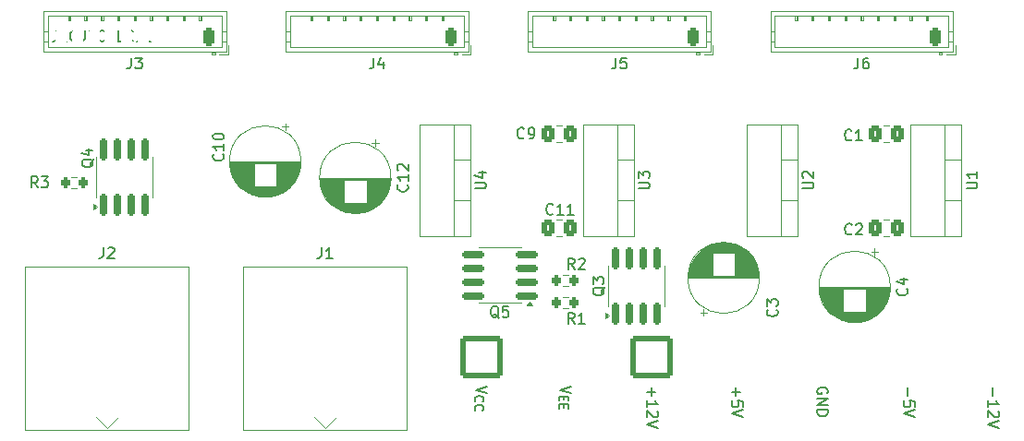
<source format=gto>
G04 #@! TF.GenerationSoftware,KiCad,Pcbnew,8.0.7*
G04 #@! TF.CreationDate,2025-01-13T15:19:08-08:00*
G04 #@! TF.ProjectId,psu_linear_reg,7073755f-6c69-46e6-9561-725f7265672e,rev?*
G04 #@! TF.SameCoordinates,Original*
G04 #@! TF.FileFunction,Legend,Top*
G04 #@! TF.FilePolarity,Positive*
%FSLAX46Y46*%
G04 Gerber Fmt 4.6, Leading zero omitted, Abs format (unit mm)*
G04 Created by KiCad (PCBNEW 8.0.7) date 2025-01-13 15:19:08*
%MOMM*%
%LPD*%
G01*
G04 APERTURE LIST*
G04 Aperture macros list*
%AMRoundRect*
0 Rectangle with rounded corners*
0 $1 Rounding radius*
0 $2 $3 $4 $5 $6 $7 $8 $9 X,Y pos of 4 corners*
0 Add a 4 corners polygon primitive as box body*
4,1,4,$2,$3,$4,$5,$6,$7,$8,$9,$2,$3,0*
0 Add four circle primitives for the rounded corners*
1,1,$1+$1,$2,$3*
1,1,$1+$1,$4,$5*
1,1,$1+$1,$6,$7*
1,1,$1+$1,$8,$9*
0 Add four rect primitives between the rounded corners*
20,1,$1+$1,$2,$3,$4,$5,0*
20,1,$1+$1,$4,$5,$6,$7,0*
20,1,$1+$1,$6,$7,$8,$9,0*
20,1,$1+$1,$8,$9,$2,$3,0*%
G04 Aperture macros list end*
%ADD10C,0.150000*%
%ADD11C,0.120000*%
%ADD12O,1.600000X2.500000*%
%ADD13O,3.500000X7.000000*%
%ADD14RoundRect,0.250000X0.265000X0.615000X-0.265000X0.615000X-0.265000X-0.615000X0.265000X-0.615000X0*%
%ADD15O,1.030000X1.730000*%
%ADD16O,2.000000X1.905000*%
%ADD17R,2.000000X1.905000*%
%ADD18RoundRect,0.250000X0.337500X0.475000X-0.337500X0.475000X-0.337500X-0.475000X0.337500X-0.475000X0*%
%ADD19RoundRect,0.200000X0.200000X0.275000X-0.200000X0.275000X-0.200000X-0.275000X0.200000X-0.275000X0*%
%ADD20RoundRect,0.250002X-1.699998X-1.699998X1.699998X-1.699998X1.699998X1.699998X-1.699998X1.699998X0*%
%ADD21C,3.900000*%
%ADD22RoundRect,0.200000X-0.200000X-0.275000X0.200000X-0.275000X0.200000X0.275000X-0.200000X0.275000X0*%
%ADD23R,1.600000X1.600000*%
%ADD24C,1.600000*%
%ADD25RoundRect,0.162500X0.162500X-0.825000X0.162500X0.825000X-0.162500X0.825000X-0.162500X-0.825000X0*%
%ADD26RoundRect,0.150000X0.825000X0.150000X-0.825000X0.150000X-0.825000X-0.150000X0.825000X-0.150000X0*%
G04 APERTURE END LIST*
D10*
X154626133Y-151836779D02*
X154626133Y-152598684D01*
X154245180Y-152217731D02*
X155007085Y-152217731D01*
X155245180Y-153551064D02*
X155245180Y-153074874D01*
X155245180Y-153074874D02*
X154768990Y-153027255D01*
X154768990Y-153027255D02*
X154816609Y-153074874D01*
X154816609Y-153074874D02*
X154864228Y-153170112D01*
X154864228Y-153170112D02*
X154864228Y-153408207D01*
X154864228Y-153408207D02*
X154816609Y-153503445D01*
X154816609Y-153503445D02*
X154768990Y-153551064D01*
X154768990Y-153551064D02*
X154673752Y-153598683D01*
X154673752Y-153598683D02*
X154435657Y-153598683D01*
X154435657Y-153598683D02*
X154340419Y-153551064D01*
X154340419Y-153551064D02*
X154292800Y-153503445D01*
X154292800Y-153503445D02*
X154245180Y-153408207D01*
X154245180Y-153408207D02*
X154245180Y-153170112D01*
X154245180Y-153170112D02*
X154292800Y-153074874D01*
X154292800Y-153074874D02*
X154340419Y-153027255D01*
X155245180Y-153884398D02*
X154245180Y-154217731D01*
X154245180Y-154217731D02*
X155245180Y-154551064D01*
X162997561Y-152360588D02*
X163045180Y-152265350D01*
X163045180Y-152265350D02*
X163045180Y-152122493D01*
X163045180Y-152122493D02*
X162997561Y-151979636D01*
X162997561Y-151979636D02*
X162902323Y-151884398D01*
X162902323Y-151884398D02*
X162807085Y-151836779D01*
X162807085Y-151836779D02*
X162616609Y-151789160D01*
X162616609Y-151789160D02*
X162473752Y-151789160D01*
X162473752Y-151789160D02*
X162283276Y-151836779D01*
X162283276Y-151836779D02*
X162188038Y-151884398D01*
X162188038Y-151884398D02*
X162092800Y-151979636D01*
X162092800Y-151979636D02*
X162045180Y-152122493D01*
X162045180Y-152122493D02*
X162045180Y-152217731D01*
X162045180Y-152217731D02*
X162092800Y-152360588D01*
X162092800Y-152360588D02*
X162140419Y-152408207D01*
X162140419Y-152408207D02*
X162473752Y-152408207D01*
X162473752Y-152408207D02*
X162473752Y-152217731D01*
X162045180Y-152836779D02*
X163045180Y-152836779D01*
X163045180Y-152836779D02*
X162045180Y-153408207D01*
X162045180Y-153408207D02*
X163045180Y-153408207D01*
X162045180Y-153884398D02*
X163045180Y-153884398D01*
X163045180Y-153884398D02*
X163045180Y-154122493D01*
X163045180Y-154122493D02*
X162997561Y-154265350D01*
X162997561Y-154265350D02*
X162902323Y-154360588D01*
X162902323Y-154360588D02*
X162807085Y-154408207D01*
X162807085Y-154408207D02*
X162616609Y-154455826D01*
X162616609Y-154455826D02*
X162473752Y-154455826D01*
X162473752Y-154455826D02*
X162283276Y-154408207D01*
X162283276Y-154408207D02*
X162188038Y-154360588D01*
X162188038Y-154360588D02*
X162092800Y-154265350D01*
X162092800Y-154265350D02*
X162045180Y-154122493D01*
X162045180Y-154122493D02*
X162045180Y-153884398D01*
X178126133Y-151836779D02*
X178126133Y-152598684D01*
X177745180Y-153598683D02*
X177745180Y-153027255D01*
X177745180Y-153312969D02*
X178745180Y-153312969D01*
X178745180Y-153312969D02*
X178602323Y-153217731D01*
X178602323Y-153217731D02*
X178507085Y-153122493D01*
X178507085Y-153122493D02*
X178459466Y-153027255D01*
X178649942Y-153979636D02*
X178697561Y-154027255D01*
X178697561Y-154027255D02*
X178745180Y-154122493D01*
X178745180Y-154122493D02*
X178745180Y-154360588D01*
X178745180Y-154360588D02*
X178697561Y-154455826D01*
X178697561Y-154455826D02*
X178649942Y-154503445D01*
X178649942Y-154503445D02*
X178554704Y-154551064D01*
X178554704Y-154551064D02*
X178459466Y-154551064D01*
X178459466Y-154551064D02*
X178316609Y-154503445D01*
X178316609Y-154503445D02*
X177745180Y-153932017D01*
X177745180Y-153932017D02*
X177745180Y-154551064D01*
X178745180Y-154836779D02*
X177745180Y-155170112D01*
X177745180Y-155170112D02*
X178745180Y-155503445D01*
X146876133Y-151836779D02*
X146876133Y-152598684D01*
X146495180Y-152217731D02*
X147257085Y-152217731D01*
X146495180Y-153598683D02*
X146495180Y-153027255D01*
X146495180Y-153312969D02*
X147495180Y-153312969D01*
X147495180Y-153312969D02*
X147352323Y-153217731D01*
X147352323Y-153217731D02*
X147257085Y-153122493D01*
X147257085Y-153122493D02*
X147209466Y-153027255D01*
X147399942Y-153979636D02*
X147447561Y-154027255D01*
X147447561Y-154027255D02*
X147495180Y-154122493D01*
X147495180Y-154122493D02*
X147495180Y-154360588D01*
X147495180Y-154360588D02*
X147447561Y-154455826D01*
X147447561Y-154455826D02*
X147399942Y-154503445D01*
X147399942Y-154503445D02*
X147304704Y-154551064D01*
X147304704Y-154551064D02*
X147209466Y-154551064D01*
X147209466Y-154551064D02*
X147066609Y-154503445D01*
X147066609Y-154503445D02*
X146495180Y-153932017D01*
X146495180Y-153932017D02*
X146495180Y-154551064D01*
X147495180Y-154836779D02*
X146495180Y-155170112D01*
X146495180Y-155170112D02*
X147495180Y-155503445D01*
X92380951Y-119054819D02*
X92380951Y-119769104D01*
X92380951Y-119769104D02*
X92333332Y-119911961D01*
X92333332Y-119911961D02*
X92238094Y-120007200D01*
X92238094Y-120007200D02*
X92095237Y-120054819D01*
X92095237Y-120054819D02*
X91999999Y-120054819D01*
X93333332Y-120054819D02*
X92857142Y-120054819D01*
X92857142Y-120054819D02*
X92857142Y-119054819D01*
X94238094Y-119959580D02*
X94190475Y-120007200D01*
X94190475Y-120007200D02*
X94047618Y-120054819D01*
X94047618Y-120054819D02*
X93952380Y-120054819D01*
X93952380Y-120054819D02*
X93809523Y-120007200D01*
X93809523Y-120007200D02*
X93714285Y-119911961D01*
X93714285Y-119911961D02*
X93666666Y-119816723D01*
X93666666Y-119816723D02*
X93619047Y-119626247D01*
X93619047Y-119626247D02*
X93619047Y-119483390D01*
X93619047Y-119483390D02*
X93666666Y-119292914D01*
X93666666Y-119292914D02*
X93714285Y-119197676D01*
X93714285Y-119197676D02*
X93809523Y-119102438D01*
X93809523Y-119102438D02*
X93952380Y-119054819D01*
X93952380Y-119054819D02*
X94047618Y-119054819D01*
X94047618Y-119054819D02*
X94190475Y-119102438D01*
X94190475Y-119102438D02*
X94238094Y-119150057D01*
X94952380Y-119054819D02*
X94952380Y-119769104D01*
X94952380Y-119769104D02*
X94904761Y-119911961D01*
X94904761Y-119911961D02*
X94809523Y-120007200D01*
X94809523Y-120007200D02*
X94666666Y-120054819D01*
X94666666Y-120054819D02*
X94571428Y-120054819D01*
X95904761Y-120054819D02*
X95428571Y-120054819D01*
X95428571Y-120054819D02*
X95428571Y-119054819D01*
X96809523Y-119959580D02*
X96761904Y-120007200D01*
X96761904Y-120007200D02*
X96619047Y-120054819D01*
X96619047Y-120054819D02*
X96523809Y-120054819D01*
X96523809Y-120054819D02*
X96380952Y-120007200D01*
X96380952Y-120007200D02*
X96285714Y-119911961D01*
X96285714Y-119911961D02*
X96238095Y-119816723D01*
X96238095Y-119816723D02*
X96190476Y-119626247D01*
X96190476Y-119626247D02*
X96190476Y-119483390D01*
X96190476Y-119483390D02*
X96238095Y-119292914D01*
X96238095Y-119292914D02*
X96285714Y-119197676D01*
X96285714Y-119197676D02*
X96380952Y-119102438D01*
X96380952Y-119102438D02*
X96523809Y-119054819D01*
X96523809Y-119054819D02*
X96619047Y-119054819D01*
X96619047Y-119054819D02*
X96761904Y-119102438D01*
X96761904Y-119102438D02*
X96809523Y-119150057D01*
X97523809Y-119054819D02*
X97523809Y-119769104D01*
X97523809Y-119769104D02*
X97476190Y-119911961D01*
X97476190Y-119911961D02*
X97380952Y-120007200D01*
X97380952Y-120007200D02*
X97238095Y-120054819D01*
X97238095Y-120054819D02*
X97142857Y-120054819D01*
X98476190Y-120054819D02*
X98000000Y-120054819D01*
X98000000Y-120054819D02*
X98000000Y-119054819D01*
X99380952Y-119959580D02*
X99333333Y-120007200D01*
X99333333Y-120007200D02*
X99190476Y-120054819D01*
X99190476Y-120054819D02*
X99095238Y-120054819D01*
X99095238Y-120054819D02*
X98952381Y-120007200D01*
X98952381Y-120007200D02*
X98857143Y-119911961D01*
X98857143Y-119911961D02*
X98809524Y-119816723D01*
X98809524Y-119816723D02*
X98761905Y-119626247D01*
X98761905Y-119626247D02*
X98761905Y-119483390D01*
X98761905Y-119483390D02*
X98809524Y-119292914D01*
X98809524Y-119292914D02*
X98857143Y-119197676D01*
X98857143Y-119197676D02*
X98952381Y-119102438D01*
X98952381Y-119102438D02*
X99095238Y-119054819D01*
X99095238Y-119054819D02*
X99190476Y-119054819D01*
X99190476Y-119054819D02*
X99333333Y-119102438D01*
X99333333Y-119102438D02*
X99380952Y-119150057D01*
X100095238Y-119054819D02*
X100095238Y-119769104D01*
X100095238Y-119769104D02*
X100047619Y-119911961D01*
X100047619Y-119911961D02*
X99952381Y-120007200D01*
X99952381Y-120007200D02*
X99809524Y-120054819D01*
X99809524Y-120054819D02*
X99714286Y-120054819D01*
X101047619Y-120054819D02*
X100571429Y-120054819D01*
X100571429Y-120054819D02*
X100571429Y-119054819D01*
X101952381Y-119959580D02*
X101904762Y-120007200D01*
X101904762Y-120007200D02*
X101761905Y-120054819D01*
X101761905Y-120054819D02*
X101666667Y-120054819D01*
X101666667Y-120054819D02*
X101523810Y-120007200D01*
X101523810Y-120007200D02*
X101428572Y-119911961D01*
X101428572Y-119911961D02*
X101380953Y-119816723D01*
X101380953Y-119816723D02*
X101333334Y-119626247D01*
X101333334Y-119626247D02*
X101333334Y-119483390D01*
X101333334Y-119483390D02*
X101380953Y-119292914D01*
X101380953Y-119292914D02*
X101428572Y-119197676D01*
X101428572Y-119197676D02*
X101523810Y-119102438D01*
X101523810Y-119102438D02*
X101666667Y-119054819D01*
X101666667Y-119054819D02*
X101761905Y-119054819D01*
X101761905Y-119054819D02*
X101904762Y-119102438D01*
X101904762Y-119102438D02*
X101952381Y-119150057D01*
X139545180Y-151693922D02*
X138545180Y-152027255D01*
X138545180Y-152027255D02*
X139545180Y-152360588D01*
X138853752Y-152646303D02*
X138853752Y-152912969D01*
X138434704Y-153027255D02*
X138434704Y-152646303D01*
X138434704Y-152646303D02*
X139234704Y-152646303D01*
X139234704Y-152646303D02*
X139234704Y-153027255D01*
X138853752Y-153370113D02*
X138853752Y-153636779D01*
X138434704Y-153751065D02*
X138434704Y-153370113D01*
X138434704Y-153370113D02*
X139234704Y-153370113D01*
X139234704Y-153370113D02*
X139234704Y-153751065D01*
X170376133Y-151836779D02*
X170376133Y-152598684D01*
X170995180Y-153551064D02*
X170995180Y-153074874D01*
X170995180Y-153074874D02*
X170518990Y-153027255D01*
X170518990Y-153027255D02*
X170566609Y-153074874D01*
X170566609Y-153074874D02*
X170614228Y-153170112D01*
X170614228Y-153170112D02*
X170614228Y-153408207D01*
X170614228Y-153408207D02*
X170566609Y-153503445D01*
X170566609Y-153503445D02*
X170518990Y-153551064D01*
X170518990Y-153551064D02*
X170423752Y-153598683D01*
X170423752Y-153598683D02*
X170185657Y-153598683D01*
X170185657Y-153598683D02*
X170090419Y-153551064D01*
X170090419Y-153551064D02*
X170042800Y-153503445D01*
X170042800Y-153503445D02*
X169995180Y-153408207D01*
X169995180Y-153408207D02*
X169995180Y-153170112D01*
X169995180Y-153170112D02*
X170042800Y-153074874D01*
X170042800Y-153074874D02*
X170090419Y-153027255D01*
X170995180Y-153884398D02*
X169995180Y-154217731D01*
X169995180Y-154217731D02*
X170995180Y-154551064D01*
X131795180Y-151693922D02*
X130795180Y-152027255D01*
X130795180Y-152027255D02*
X131795180Y-152360588D01*
X130760895Y-153103446D02*
X130722800Y-153065350D01*
X130722800Y-153065350D02*
X130684704Y-152951065D01*
X130684704Y-152951065D02*
X130684704Y-152874874D01*
X130684704Y-152874874D02*
X130722800Y-152760588D01*
X130722800Y-152760588D02*
X130798990Y-152684398D01*
X130798990Y-152684398D02*
X130875180Y-152646303D01*
X130875180Y-152646303D02*
X131027561Y-152608207D01*
X131027561Y-152608207D02*
X131141847Y-152608207D01*
X131141847Y-152608207D02*
X131294228Y-152646303D01*
X131294228Y-152646303D02*
X131370419Y-152684398D01*
X131370419Y-152684398D02*
X131446609Y-152760588D01*
X131446609Y-152760588D02*
X131484704Y-152874874D01*
X131484704Y-152874874D02*
X131484704Y-152951065D01*
X131484704Y-152951065D02*
X131446609Y-153065350D01*
X131446609Y-153065350D02*
X131408514Y-153103446D01*
X130760895Y-153903446D02*
X130722800Y-153865350D01*
X130722800Y-153865350D02*
X130684704Y-153751065D01*
X130684704Y-153751065D02*
X130684704Y-153674874D01*
X130684704Y-153674874D02*
X130722800Y-153560588D01*
X130722800Y-153560588D02*
X130798990Y-153484398D01*
X130798990Y-153484398D02*
X130875180Y-153446303D01*
X130875180Y-153446303D02*
X131027561Y-153408207D01*
X131027561Y-153408207D02*
X131141847Y-153408207D01*
X131141847Y-153408207D02*
X131294228Y-153446303D01*
X131294228Y-153446303D02*
X131370419Y-153484398D01*
X131370419Y-153484398D02*
X131446609Y-153560588D01*
X131446609Y-153560588D02*
X131484704Y-153674874D01*
X131484704Y-153674874D02*
X131484704Y-153751065D01*
X131484704Y-153751065D02*
X131446609Y-153865350D01*
X131446609Y-153865350D02*
X131408514Y-153903446D01*
X96666666Y-138954819D02*
X96666666Y-139669104D01*
X96666666Y-139669104D02*
X96619047Y-139811961D01*
X96619047Y-139811961D02*
X96523809Y-139907200D01*
X96523809Y-139907200D02*
X96380952Y-139954819D01*
X96380952Y-139954819D02*
X96285714Y-139954819D01*
X97095238Y-139050057D02*
X97142857Y-139002438D01*
X97142857Y-139002438D02*
X97238095Y-138954819D01*
X97238095Y-138954819D02*
X97476190Y-138954819D01*
X97476190Y-138954819D02*
X97571428Y-139002438D01*
X97571428Y-139002438D02*
X97619047Y-139050057D01*
X97619047Y-139050057D02*
X97666666Y-139145295D01*
X97666666Y-139145295D02*
X97666666Y-139240533D01*
X97666666Y-139240533D02*
X97619047Y-139383390D01*
X97619047Y-139383390D02*
X97047619Y-139954819D01*
X97047619Y-139954819D02*
X97666666Y-139954819D01*
X143616666Y-121554819D02*
X143616666Y-122269104D01*
X143616666Y-122269104D02*
X143569047Y-122411961D01*
X143569047Y-122411961D02*
X143473809Y-122507200D01*
X143473809Y-122507200D02*
X143330952Y-122554819D01*
X143330952Y-122554819D02*
X143235714Y-122554819D01*
X144569047Y-121554819D02*
X144092857Y-121554819D01*
X144092857Y-121554819D02*
X144045238Y-122031009D01*
X144045238Y-122031009D02*
X144092857Y-121983390D01*
X144092857Y-121983390D02*
X144188095Y-121935771D01*
X144188095Y-121935771D02*
X144426190Y-121935771D01*
X144426190Y-121935771D02*
X144521428Y-121983390D01*
X144521428Y-121983390D02*
X144569047Y-122031009D01*
X144569047Y-122031009D02*
X144616666Y-122126247D01*
X144616666Y-122126247D02*
X144616666Y-122364342D01*
X144616666Y-122364342D02*
X144569047Y-122459580D01*
X144569047Y-122459580D02*
X144521428Y-122507200D01*
X144521428Y-122507200D02*
X144426190Y-122554819D01*
X144426190Y-122554819D02*
X144188095Y-122554819D01*
X144188095Y-122554819D02*
X144092857Y-122507200D01*
X144092857Y-122507200D02*
X144045238Y-122459580D01*
X116666666Y-138954819D02*
X116666666Y-139669104D01*
X116666666Y-139669104D02*
X116619047Y-139811961D01*
X116619047Y-139811961D02*
X116523809Y-139907200D01*
X116523809Y-139907200D02*
X116380952Y-139954819D01*
X116380952Y-139954819D02*
X116285714Y-139954819D01*
X117666666Y-139954819D02*
X117095238Y-139954819D01*
X117380952Y-139954819D02*
X117380952Y-138954819D01*
X117380952Y-138954819D02*
X117285714Y-139097676D01*
X117285714Y-139097676D02*
X117190476Y-139192914D01*
X117190476Y-139192914D02*
X117095238Y-139240533D01*
X145724819Y-133551904D02*
X146534342Y-133551904D01*
X146534342Y-133551904D02*
X146629580Y-133504285D01*
X146629580Y-133504285D02*
X146677200Y-133456666D01*
X146677200Y-133456666D02*
X146724819Y-133361428D01*
X146724819Y-133361428D02*
X146724819Y-133170952D01*
X146724819Y-133170952D02*
X146677200Y-133075714D01*
X146677200Y-133075714D02*
X146629580Y-133028095D01*
X146629580Y-133028095D02*
X146534342Y-132980476D01*
X146534342Y-132980476D02*
X145724819Y-132980476D01*
X145724819Y-132599523D02*
X145724819Y-131980476D01*
X145724819Y-131980476D02*
X146105771Y-132313809D01*
X146105771Y-132313809D02*
X146105771Y-132170952D01*
X146105771Y-132170952D02*
X146153390Y-132075714D01*
X146153390Y-132075714D02*
X146201009Y-132028095D01*
X146201009Y-132028095D02*
X146296247Y-131980476D01*
X146296247Y-131980476D02*
X146534342Y-131980476D01*
X146534342Y-131980476D02*
X146629580Y-132028095D01*
X146629580Y-132028095D02*
X146677200Y-132075714D01*
X146677200Y-132075714D02*
X146724819Y-132170952D01*
X146724819Y-132170952D02*
X146724819Y-132456666D01*
X146724819Y-132456666D02*
X146677200Y-132551904D01*
X146677200Y-132551904D02*
X146629580Y-132599523D01*
X137857142Y-135859580D02*
X137809523Y-135907200D01*
X137809523Y-135907200D02*
X137666666Y-135954819D01*
X137666666Y-135954819D02*
X137571428Y-135954819D01*
X137571428Y-135954819D02*
X137428571Y-135907200D01*
X137428571Y-135907200D02*
X137333333Y-135811961D01*
X137333333Y-135811961D02*
X137285714Y-135716723D01*
X137285714Y-135716723D02*
X137238095Y-135526247D01*
X137238095Y-135526247D02*
X137238095Y-135383390D01*
X137238095Y-135383390D02*
X137285714Y-135192914D01*
X137285714Y-135192914D02*
X137333333Y-135097676D01*
X137333333Y-135097676D02*
X137428571Y-135002438D01*
X137428571Y-135002438D02*
X137571428Y-134954819D01*
X137571428Y-134954819D02*
X137666666Y-134954819D01*
X137666666Y-134954819D02*
X137809523Y-135002438D01*
X137809523Y-135002438D02*
X137857142Y-135050057D01*
X138809523Y-135954819D02*
X138238095Y-135954819D01*
X138523809Y-135954819D02*
X138523809Y-134954819D01*
X138523809Y-134954819D02*
X138428571Y-135097676D01*
X138428571Y-135097676D02*
X138333333Y-135192914D01*
X138333333Y-135192914D02*
X138238095Y-135240533D01*
X139761904Y-135954819D02*
X139190476Y-135954819D01*
X139476190Y-135954819D02*
X139476190Y-134954819D01*
X139476190Y-134954819D02*
X139380952Y-135097676D01*
X139380952Y-135097676D02*
X139285714Y-135192914D01*
X139285714Y-135192914D02*
X139190476Y-135240533D01*
X165213833Y-129053580D02*
X165166214Y-129101200D01*
X165166214Y-129101200D02*
X165023357Y-129148819D01*
X165023357Y-129148819D02*
X164928119Y-129148819D01*
X164928119Y-129148819D02*
X164785262Y-129101200D01*
X164785262Y-129101200D02*
X164690024Y-129005961D01*
X164690024Y-129005961D02*
X164642405Y-128910723D01*
X164642405Y-128910723D02*
X164594786Y-128720247D01*
X164594786Y-128720247D02*
X164594786Y-128577390D01*
X164594786Y-128577390D02*
X164642405Y-128386914D01*
X164642405Y-128386914D02*
X164690024Y-128291676D01*
X164690024Y-128291676D02*
X164785262Y-128196438D01*
X164785262Y-128196438D02*
X164928119Y-128148819D01*
X164928119Y-128148819D02*
X165023357Y-128148819D01*
X165023357Y-128148819D02*
X165166214Y-128196438D01*
X165166214Y-128196438D02*
X165213833Y-128244057D01*
X166166214Y-129148819D02*
X165594786Y-129148819D01*
X165880500Y-129148819D02*
X165880500Y-128148819D01*
X165880500Y-128148819D02*
X165785262Y-128291676D01*
X165785262Y-128291676D02*
X165690024Y-128386914D01*
X165690024Y-128386914D02*
X165594786Y-128434533D01*
X90658333Y-133454819D02*
X90325000Y-132978628D01*
X90086905Y-133454819D02*
X90086905Y-132454819D01*
X90086905Y-132454819D02*
X90467857Y-132454819D01*
X90467857Y-132454819D02*
X90563095Y-132502438D01*
X90563095Y-132502438D02*
X90610714Y-132550057D01*
X90610714Y-132550057D02*
X90658333Y-132645295D01*
X90658333Y-132645295D02*
X90658333Y-132788152D01*
X90658333Y-132788152D02*
X90610714Y-132883390D01*
X90610714Y-132883390D02*
X90563095Y-132931009D01*
X90563095Y-132931009D02*
X90467857Y-132978628D01*
X90467857Y-132978628D02*
X90086905Y-132978628D01*
X90991667Y-132454819D02*
X91610714Y-132454819D01*
X91610714Y-132454819D02*
X91277381Y-132835771D01*
X91277381Y-132835771D02*
X91420238Y-132835771D01*
X91420238Y-132835771D02*
X91515476Y-132883390D01*
X91515476Y-132883390D02*
X91563095Y-132931009D01*
X91563095Y-132931009D02*
X91610714Y-133026247D01*
X91610714Y-133026247D02*
X91610714Y-133264342D01*
X91610714Y-133264342D02*
X91563095Y-133359580D01*
X91563095Y-133359580D02*
X91515476Y-133407200D01*
X91515476Y-133407200D02*
X91420238Y-133454819D01*
X91420238Y-133454819D02*
X91134524Y-133454819D01*
X91134524Y-133454819D02*
X91039286Y-133407200D01*
X91039286Y-133407200D02*
X90991667Y-133359580D01*
X165235333Y-137689580D02*
X165187714Y-137737200D01*
X165187714Y-137737200D02*
X165044857Y-137784819D01*
X165044857Y-137784819D02*
X164949619Y-137784819D01*
X164949619Y-137784819D02*
X164806762Y-137737200D01*
X164806762Y-137737200D02*
X164711524Y-137641961D01*
X164711524Y-137641961D02*
X164663905Y-137546723D01*
X164663905Y-137546723D02*
X164616286Y-137356247D01*
X164616286Y-137356247D02*
X164616286Y-137213390D01*
X164616286Y-137213390D02*
X164663905Y-137022914D01*
X164663905Y-137022914D02*
X164711524Y-136927676D01*
X164711524Y-136927676D02*
X164806762Y-136832438D01*
X164806762Y-136832438D02*
X164949619Y-136784819D01*
X164949619Y-136784819D02*
X165044857Y-136784819D01*
X165044857Y-136784819D02*
X165187714Y-136832438D01*
X165187714Y-136832438D02*
X165235333Y-136880057D01*
X165616286Y-136880057D02*
X165663905Y-136832438D01*
X165663905Y-136832438D02*
X165759143Y-136784819D01*
X165759143Y-136784819D02*
X165997238Y-136784819D01*
X165997238Y-136784819D02*
X166092476Y-136832438D01*
X166092476Y-136832438D02*
X166140095Y-136880057D01*
X166140095Y-136880057D02*
X166187714Y-136975295D01*
X166187714Y-136975295D02*
X166187714Y-137070533D01*
X166187714Y-137070533D02*
X166140095Y-137213390D01*
X166140095Y-137213390D02*
X165568667Y-137784819D01*
X165568667Y-137784819D02*
X166187714Y-137784819D01*
X165816666Y-121554819D02*
X165816666Y-122269104D01*
X165816666Y-122269104D02*
X165769047Y-122411961D01*
X165769047Y-122411961D02*
X165673809Y-122507200D01*
X165673809Y-122507200D02*
X165530952Y-122554819D01*
X165530952Y-122554819D02*
X165435714Y-122554819D01*
X166721428Y-121554819D02*
X166530952Y-121554819D01*
X166530952Y-121554819D02*
X166435714Y-121602438D01*
X166435714Y-121602438D02*
X166388095Y-121650057D01*
X166388095Y-121650057D02*
X166292857Y-121792914D01*
X166292857Y-121792914D02*
X166245238Y-121983390D01*
X166245238Y-121983390D02*
X166245238Y-122364342D01*
X166245238Y-122364342D02*
X166292857Y-122459580D01*
X166292857Y-122459580D02*
X166340476Y-122507200D01*
X166340476Y-122507200D02*
X166435714Y-122554819D01*
X166435714Y-122554819D02*
X166626190Y-122554819D01*
X166626190Y-122554819D02*
X166721428Y-122507200D01*
X166721428Y-122507200D02*
X166769047Y-122459580D01*
X166769047Y-122459580D02*
X166816666Y-122364342D01*
X166816666Y-122364342D02*
X166816666Y-122126247D01*
X166816666Y-122126247D02*
X166769047Y-122031009D01*
X166769047Y-122031009D02*
X166721428Y-121983390D01*
X166721428Y-121983390D02*
X166626190Y-121935771D01*
X166626190Y-121935771D02*
X166435714Y-121935771D01*
X166435714Y-121935771D02*
X166340476Y-121983390D01*
X166340476Y-121983390D02*
X166292857Y-122031009D01*
X166292857Y-122031009D02*
X166245238Y-122126247D01*
X130724819Y-133551904D02*
X131534342Y-133551904D01*
X131534342Y-133551904D02*
X131629580Y-133504285D01*
X131629580Y-133504285D02*
X131677200Y-133456666D01*
X131677200Y-133456666D02*
X131724819Y-133361428D01*
X131724819Y-133361428D02*
X131724819Y-133170952D01*
X131724819Y-133170952D02*
X131677200Y-133075714D01*
X131677200Y-133075714D02*
X131629580Y-133028095D01*
X131629580Y-133028095D02*
X131534342Y-132980476D01*
X131534342Y-132980476D02*
X130724819Y-132980476D01*
X131058152Y-132075714D02*
X131724819Y-132075714D01*
X130677200Y-132313809D02*
X131391485Y-132551904D01*
X131391485Y-132551904D02*
X131391485Y-131932857D01*
X139833333Y-145954819D02*
X139500000Y-145478628D01*
X139261905Y-145954819D02*
X139261905Y-144954819D01*
X139261905Y-144954819D02*
X139642857Y-144954819D01*
X139642857Y-144954819D02*
X139738095Y-145002438D01*
X139738095Y-145002438D02*
X139785714Y-145050057D01*
X139785714Y-145050057D02*
X139833333Y-145145295D01*
X139833333Y-145145295D02*
X139833333Y-145288152D01*
X139833333Y-145288152D02*
X139785714Y-145383390D01*
X139785714Y-145383390D02*
X139738095Y-145431009D01*
X139738095Y-145431009D02*
X139642857Y-145478628D01*
X139642857Y-145478628D02*
X139261905Y-145478628D01*
X140785714Y-145954819D02*
X140214286Y-145954819D01*
X140500000Y-145954819D02*
X140500000Y-144954819D01*
X140500000Y-144954819D02*
X140404762Y-145097676D01*
X140404762Y-145097676D02*
X140309524Y-145192914D01*
X140309524Y-145192914D02*
X140214286Y-145240533D01*
X107609580Y-130392857D02*
X107657200Y-130440476D01*
X107657200Y-130440476D02*
X107704819Y-130583333D01*
X107704819Y-130583333D02*
X107704819Y-130678571D01*
X107704819Y-130678571D02*
X107657200Y-130821428D01*
X107657200Y-130821428D02*
X107561961Y-130916666D01*
X107561961Y-130916666D02*
X107466723Y-130964285D01*
X107466723Y-130964285D02*
X107276247Y-131011904D01*
X107276247Y-131011904D02*
X107133390Y-131011904D01*
X107133390Y-131011904D02*
X106942914Y-130964285D01*
X106942914Y-130964285D02*
X106847676Y-130916666D01*
X106847676Y-130916666D02*
X106752438Y-130821428D01*
X106752438Y-130821428D02*
X106704819Y-130678571D01*
X106704819Y-130678571D02*
X106704819Y-130583333D01*
X106704819Y-130583333D02*
X106752438Y-130440476D01*
X106752438Y-130440476D02*
X106800057Y-130392857D01*
X107704819Y-129440476D02*
X107704819Y-130011904D01*
X107704819Y-129726190D02*
X106704819Y-129726190D01*
X106704819Y-129726190D02*
X106847676Y-129821428D01*
X106847676Y-129821428D02*
X106942914Y-129916666D01*
X106942914Y-129916666D02*
X106990533Y-130011904D01*
X106704819Y-128821428D02*
X106704819Y-128726190D01*
X106704819Y-128726190D02*
X106752438Y-128630952D01*
X106752438Y-128630952D02*
X106800057Y-128583333D01*
X106800057Y-128583333D02*
X106895295Y-128535714D01*
X106895295Y-128535714D02*
X107085771Y-128488095D01*
X107085771Y-128488095D02*
X107323866Y-128488095D01*
X107323866Y-128488095D02*
X107514342Y-128535714D01*
X107514342Y-128535714D02*
X107609580Y-128583333D01*
X107609580Y-128583333D02*
X107657200Y-128630952D01*
X107657200Y-128630952D02*
X107704819Y-128726190D01*
X107704819Y-128726190D02*
X107704819Y-128821428D01*
X107704819Y-128821428D02*
X107657200Y-128916666D01*
X107657200Y-128916666D02*
X107609580Y-128964285D01*
X107609580Y-128964285D02*
X107514342Y-129011904D01*
X107514342Y-129011904D02*
X107323866Y-129059523D01*
X107323866Y-129059523D02*
X107085771Y-129059523D01*
X107085771Y-129059523D02*
X106895295Y-129011904D01*
X106895295Y-129011904D02*
X106800057Y-128964285D01*
X106800057Y-128964285D02*
X106752438Y-128916666D01*
X106752438Y-128916666D02*
X106704819Y-128821428D01*
X135215333Y-128883580D02*
X135167714Y-128931200D01*
X135167714Y-128931200D02*
X135024857Y-128978819D01*
X135024857Y-128978819D02*
X134929619Y-128978819D01*
X134929619Y-128978819D02*
X134786762Y-128931200D01*
X134786762Y-128931200D02*
X134691524Y-128835961D01*
X134691524Y-128835961D02*
X134643905Y-128740723D01*
X134643905Y-128740723D02*
X134596286Y-128550247D01*
X134596286Y-128550247D02*
X134596286Y-128407390D01*
X134596286Y-128407390D02*
X134643905Y-128216914D01*
X134643905Y-128216914D02*
X134691524Y-128121676D01*
X134691524Y-128121676D02*
X134786762Y-128026438D01*
X134786762Y-128026438D02*
X134929619Y-127978819D01*
X134929619Y-127978819D02*
X135024857Y-127978819D01*
X135024857Y-127978819D02*
X135167714Y-128026438D01*
X135167714Y-128026438D02*
X135215333Y-128074057D01*
X135691524Y-128978819D02*
X135882000Y-128978819D01*
X135882000Y-128978819D02*
X135977238Y-128931200D01*
X135977238Y-128931200D02*
X136024857Y-128883580D01*
X136024857Y-128883580D02*
X136120095Y-128740723D01*
X136120095Y-128740723D02*
X136167714Y-128550247D01*
X136167714Y-128550247D02*
X136167714Y-128169295D01*
X136167714Y-128169295D02*
X136120095Y-128074057D01*
X136120095Y-128074057D02*
X136072476Y-128026438D01*
X136072476Y-128026438D02*
X135977238Y-127978819D01*
X135977238Y-127978819D02*
X135786762Y-127978819D01*
X135786762Y-127978819D02*
X135691524Y-128026438D01*
X135691524Y-128026438D02*
X135643905Y-128074057D01*
X135643905Y-128074057D02*
X135596286Y-128169295D01*
X135596286Y-128169295D02*
X135596286Y-128407390D01*
X135596286Y-128407390D02*
X135643905Y-128502628D01*
X135643905Y-128502628D02*
X135691524Y-128550247D01*
X135691524Y-128550247D02*
X135786762Y-128597866D01*
X135786762Y-128597866D02*
X135977238Y-128597866D01*
X135977238Y-128597866D02*
X136072476Y-128550247D01*
X136072476Y-128550247D02*
X136120095Y-128502628D01*
X136120095Y-128502628D02*
X136167714Y-128407390D01*
X121416666Y-121554819D02*
X121416666Y-122269104D01*
X121416666Y-122269104D02*
X121369047Y-122411961D01*
X121369047Y-122411961D02*
X121273809Y-122507200D01*
X121273809Y-122507200D02*
X121130952Y-122554819D01*
X121130952Y-122554819D02*
X121035714Y-122554819D01*
X122321428Y-121888152D02*
X122321428Y-122554819D01*
X122083333Y-121507200D02*
X121845238Y-122221485D01*
X121845238Y-122221485D02*
X122464285Y-122221485D01*
X142620057Y-142595238D02*
X142572438Y-142690476D01*
X142572438Y-142690476D02*
X142477200Y-142785714D01*
X142477200Y-142785714D02*
X142334342Y-142928571D01*
X142334342Y-142928571D02*
X142286723Y-143023809D01*
X142286723Y-143023809D02*
X142286723Y-143119047D01*
X142524819Y-143071428D02*
X142477200Y-143166666D01*
X142477200Y-143166666D02*
X142381961Y-143261904D01*
X142381961Y-143261904D02*
X142191485Y-143309523D01*
X142191485Y-143309523D02*
X141858152Y-143309523D01*
X141858152Y-143309523D02*
X141667676Y-143261904D01*
X141667676Y-143261904D02*
X141572438Y-143166666D01*
X141572438Y-143166666D02*
X141524819Y-143071428D01*
X141524819Y-143071428D02*
X141524819Y-142880952D01*
X141524819Y-142880952D02*
X141572438Y-142785714D01*
X141572438Y-142785714D02*
X141667676Y-142690476D01*
X141667676Y-142690476D02*
X141858152Y-142642857D01*
X141858152Y-142642857D02*
X142191485Y-142642857D01*
X142191485Y-142642857D02*
X142381961Y-142690476D01*
X142381961Y-142690476D02*
X142477200Y-142785714D01*
X142477200Y-142785714D02*
X142524819Y-142880952D01*
X142524819Y-142880952D02*
X142524819Y-143071428D01*
X141524819Y-142309523D02*
X141524819Y-141690476D01*
X141524819Y-141690476D02*
X141905771Y-142023809D01*
X141905771Y-142023809D02*
X141905771Y-141880952D01*
X141905771Y-141880952D02*
X141953390Y-141785714D01*
X141953390Y-141785714D02*
X142001009Y-141738095D01*
X142001009Y-141738095D02*
X142096247Y-141690476D01*
X142096247Y-141690476D02*
X142334342Y-141690476D01*
X142334342Y-141690476D02*
X142429580Y-141738095D01*
X142429580Y-141738095D02*
X142477200Y-141785714D01*
X142477200Y-141785714D02*
X142524819Y-141880952D01*
X142524819Y-141880952D02*
X142524819Y-142166666D01*
X142524819Y-142166666D02*
X142477200Y-142261904D01*
X142477200Y-142261904D02*
X142429580Y-142309523D01*
X170259580Y-142734287D02*
X170307200Y-142781906D01*
X170307200Y-142781906D02*
X170354819Y-142924763D01*
X170354819Y-142924763D02*
X170354819Y-143020001D01*
X170354819Y-143020001D02*
X170307200Y-143162858D01*
X170307200Y-143162858D02*
X170211961Y-143258096D01*
X170211961Y-143258096D02*
X170116723Y-143305715D01*
X170116723Y-143305715D02*
X169926247Y-143353334D01*
X169926247Y-143353334D02*
X169783390Y-143353334D01*
X169783390Y-143353334D02*
X169592914Y-143305715D01*
X169592914Y-143305715D02*
X169497676Y-143258096D01*
X169497676Y-143258096D02*
X169402438Y-143162858D01*
X169402438Y-143162858D02*
X169354819Y-143020001D01*
X169354819Y-143020001D02*
X169354819Y-142924763D01*
X169354819Y-142924763D02*
X169402438Y-142781906D01*
X169402438Y-142781906D02*
X169450057Y-142734287D01*
X169688152Y-141877144D02*
X170354819Y-141877144D01*
X169307200Y-142115239D02*
X170021485Y-142353334D01*
X170021485Y-142353334D02*
X170021485Y-141734287D01*
X160724819Y-133551904D02*
X161534342Y-133551904D01*
X161534342Y-133551904D02*
X161629580Y-133504285D01*
X161629580Y-133504285D02*
X161677200Y-133456666D01*
X161677200Y-133456666D02*
X161724819Y-133361428D01*
X161724819Y-133361428D02*
X161724819Y-133170952D01*
X161724819Y-133170952D02*
X161677200Y-133075714D01*
X161677200Y-133075714D02*
X161629580Y-133028095D01*
X161629580Y-133028095D02*
X161534342Y-132980476D01*
X161534342Y-132980476D02*
X160724819Y-132980476D01*
X160820057Y-132551904D02*
X160772438Y-132504285D01*
X160772438Y-132504285D02*
X160724819Y-132409047D01*
X160724819Y-132409047D02*
X160724819Y-132170952D01*
X160724819Y-132170952D02*
X160772438Y-132075714D01*
X160772438Y-132075714D02*
X160820057Y-132028095D01*
X160820057Y-132028095D02*
X160915295Y-131980476D01*
X160915295Y-131980476D02*
X161010533Y-131980476D01*
X161010533Y-131980476D02*
X161153390Y-132028095D01*
X161153390Y-132028095D02*
X161724819Y-132599523D01*
X161724819Y-132599523D02*
X161724819Y-131980476D01*
X175724819Y-133551904D02*
X176534342Y-133551904D01*
X176534342Y-133551904D02*
X176629580Y-133504285D01*
X176629580Y-133504285D02*
X176677200Y-133456666D01*
X176677200Y-133456666D02*
X176724819Y-133361428D01*
X176724819Y-133361428D02*
X176724819Y-133170952D01*
X176724819Y-133170952D02*
X176677200Y-133075714D01*
X176677200Y-133075714D02*
X176629580Y-133028095D01*
X176629580Y-133028095D02*
X176534342Y-132980476D01*
X176534342Y-132980476D02*
X175724819Y-132980476D01*
X176724819Y-131980476D02*
X176724819Y-132551904D01*
X176724819Y-132266190D02*
X175724819Y-132266190D01*
X175724819Y-132266190D02*
X175867676Y-132361428D01*
X175867676Y-132361428D02*
X175962914Y-132456666D01*
X175962914Y-132456666D02*
X176010533Y-132551904D01*
X158359580Y-144666666D02*
X158407200Y-144714285D01*
X158407200Y-144714285D02*
X158454819Y-144857142D01*
X158454819Y-144857142D02*
X158454819Y-144952380D01*
X158454819Y-144952380D02*
X158407200Y-145095237D01*
X158407200Y-145095237D02*
X158311961Y-145190475D01*
X158311961Y-145190475D02*
X158216723Y-145238094D01*
X158216723Y-145238094D02*
X158026247Y-145285713D01*
X158026247Y-145285713D02*
X157883390Y-145285713D01*
X157883390Y-145285713D02*
X157692914Y-145238094D01*
X157692914Y-145238094D02*
X157597676Y-145190475D01*
X157597676Y-145190475D02*
X157502438Y-145095237D01*
X157502438Y-145095237D02*
X157454819Y-144952380D01*
X157454819Y-144952380D02*
X157454819Y-144857142D01*
X157454819Y-144857142D02*
X157502438Y-144714285D01*
X157502438Y-144714285D02*
X157550057Y-144666666D01*
X157454819Y-144333332D02*
X157454819Y-143714285D01*
X157454819Y-143714285D02*
X157835771Y-144047618D01*
X157835771Y-144047618D02*
X157835771Y-143904761D01*
X157835771Y-143904761D02*
X157883390Y-143809523D01*
X157883390Y-143809523D02*
X157931009Y-143761904D01*
X157931009Y-143761904D02*
X158026247Y-143714285D01*
X158026247Y-143714285D02*
X158264342Y-143714285D01*
X158264342Y-143714285D02*
X158359580Y-143761904D01*
X158359580Y-143761904D02*
X158407200Y-143809523D01*
X158407200Y-143809523D02*
X158454819Y-143904761D01*
X158454819Y-143904761D02*
X158454819Y-144190475D01*
X158454819Y-144190475D02*
X158407200Y-144285713D01*
X158407200Y-144285713D02*
X158359580Y-144333332D01*
X139833333Y-140954819D02*
X139500000Y-140478628D01*
X139261905Y-140954819D02*
X139261905Y-139954819D01*
X139261905Y-139954819D02*
X139642857Y-139954819D01*
X139642857Y-139954819D02*
X139738095Y-140002438D01*
X139738095Y-140002438D02*
X139785714Y-140050057D01*
X139785714Y-140050057D02*
X139833333Y-140145295D01*
X139833333Y-140145295D02*
X139833333Y-140288152D01*
X139833333Y-140288152D02*
X139785714Y-140383390D01*
X139785714Y-140383390D02*
X139738095Y-140431009D01*
X139738095Y-140431009D02*
X139642857Y-140478628D01*
X139642857Y-140478628D02*
X139261905Y-140478628D01*
X140214286Y-140050057D02*
X140261905Y-140002438D01*
X140261905Y-140002438D02*
X140357143Y-139954819D01*
X140357143Y-139954819D02*
X140595238Y-139954819D01*
X140595238Y-139954819D02*
X140690476Y-140002438D01*
X140690476Y-140002438D02*
X140738095Y-140050057D01*
X140738095Y-140050057D02*
X140785714Y-140145295D01*
X140785714Y-140145295D02*
X140785714Y-140240533D01*
X140785714Y-140240533D02*
X140738095Y-140383390D01*
X140738095Y-140383390D02*
X140166667Y-140954819D01*
X140166667Y-140954819D02*
X140785714Y-140954819D01*
X95800057Y-130845238D02*
X95752438Y-130940476D01*
X95752438Y-130940476D02*
X95657200Y-131035714D01*
X95657200Y-131035714D02*
X95514342Y-131178571D01*
X95514342Y-131178571D02*
X95466723Y-131273809D01*
X95466723Y-131273809D02*
X95466723Y-131369047D01*
X95704819Y-131321428D02*
X95657200Y-131416666D01*
X95657200Y-131416666D02*
X95561961Y-131511904D01*
X95561961Y-131511904D02*
X95371485Y-131559523D01*
X95371485Y-131559523D02*
X95038152Y-131559523D01*
X95038152Y-131559523D02*
X94847676Y-131511904D01*
X94847676Y-131511904D02*
X94752438Y-131416666D01*
X94752438Y-131416666D02*
X94704819Y-131321428D01*
X94704819Y-131321428D02*
X94704819Y-131130952D01*
X94704819Y-131130952D02*
X94752438Y-131035714D01*
X94752438Y-131035714D02*
X94847676Y-130940476D01*
X94847676Y-130940476D02*
X95038152Y-130892857D01*
X95038152Y-130892857D02*
X95371485Y-130892857D01*
X95371485Y-130892857D02*
X95561961Y-130940476D01*
X95561961Y-130940476D02*
X95657200Y-131035714D01*
X95657200Y-131035714D02*
X95704819Y-131130952D01*
X95704819Y-131130952D02*
X95704819Y-131321428D01*
X95038152Y-130035714D02*
X95704819Y-130035714D01*
X94657200Y-130273809D02*
X95371485Y-130511904D01*
X95371485Y-130511904D02*
X95371485Y-129892857D01*
X124509580Y-133210478D02*
X124557200Y-133258097D01*
X124557200Y-133258097D02*
X124604819Y-133400954D01*
X124604819Y-133400954D02*
X124604819Y-133496192D01*
X124604819Y-133496192D02*
X124557200Y-133639049D01*
X124557200Y-133639049D02*
X124461961Y-133734287D01*
X124461961Y-133734287D02*
X124366723Y-133781906D01*
X124366723Y-133781906D02*
X124176247Y-133829525D01*
X124176247Y-133829525D02*
X124033390Y-133829525D01*
X124033390Y-133829525D02*
X123842914Y-133781906D01*
X123842914Y-133781906D02*
X123747676Y-133734287D01*
X123747676Y-133734287D02*
X123652438Y-133639049D01*
X123652438Y-133639049D02*
X123604819Y-133496192D01*
X123604819Y-133496192D02*
X123604819Y-133400954D01*
X123604819Y-133400954D02*
X123652438Y-133258097D01*
X123652438Y-133258097D02*
X123700057Y-133210478D01*
X124604819Y-132258097D02*
X124604819Y-132829525D01*
X124604819Y-132543811D02*
X123604819Y-132543811D01*
X123604819Y-132543811D02*
X123747676Y-132639049D01*
X123747676Y-132639049D02*
X123842914Y-132734287D01*
X123842914Y-132734287D02*
X123890533Y-132829525D01*
X123700057Y-131877144D02*
X123652438Y-131829525D01*
X123652438Y-131829525D02*
X123604819Y-131734287D01*
X123604819Y-131734287D02*
X123604819Y-131496192D01*
X123604819Y-131496192D02*
X123652438Y-131400954D01*
X123652438Y-131400954D02*
X123700057Y-131353335D01*
X123700057Y-131353335D02*
X123795295Y-131305716D01*
X123795295Y-131305716D02*
X123890533Y-131305716D01*
X123890533Y-131305716D02*
X124033390Y-131353335D01*
X124033390Y-131353335D02*
X124604819Y-131924763D01*
X124604819Y-131924763D02*
X124604819Y-131305716D01*
X99216666Y-121554819D02*
X99216666Y-122269104D01*
X99216666Y-122269104D02*
X99169047Y-122411961D01*
X99169047Y-122411961D02*
X99073809Y-122507200D01*
X99073809Y-122507200D02*
X98930952Y-122554819D01*
X98930952Y-122554819D02*
X98835714Y-122554819D01*
X99597619Y-121554819D02*
X100216666Y-121554819D01*
X100216666Y-121554819D02*
X99883333Y-121935771D01*
X99883333Y-121935771D02*
X100026190Y-121935771D01*
X100026190Y-121935771D02*
X100121428Y-121983390D01*
X100121428Y-121983390D02*
X100169047Y-122031009D01*
X100169047Y-122031009D02*
X100216666Y-122126247D01*
X100216666Y-122126247D02*
X100216666Y-122364342D01*
X100216666Y-122364342D02*
X100169047Y-122459580D01*
X100169047Y-122459580D02*
X100121428Y-122507200D01*
X100121428Y-122507200D02*
X100026190Y-122554819D01*
X100026190Y-122554819D02*
X99740476Y-122554819D01*
X99740476Y-122554819D02*
X99645238Y-122507200D01*
X99645238Y-122507200D02*
X99597619Y-122459580D01*
X132904761Y-145450057D02*
X132809523Y-145402438D01*
X132809523Y-145402438D02*
X132714285Y-145307200D01*
X132714285Y-145307200D02*
X132571428Y-145164342D01*
X132571428Y-145164342D02*
X132476190Y-145116723D01*
X132476190Y-145116723D02*
X132380952Y-145116723D01*
X132428571Y-145354819D02*
X132333333Y-145307200D01*
X132333333Y-145307200D02*
X132238095Y-145211961D01*
X132238095Y-145211961D02*
X132190476Y-145021485D01*
X132190476Y-145021485D02*
X132190476Y-144688152D01*
X132190476Y-144688152D02*
X132238095Y-144497676D01*
X132238095Y-144497676D02*
X132333333Y-144402438D01*
X132333333Y-144402438D02*
X132428571Y-144354819D01*
X132428571Y-144354819D02*
X132619047Y-144354819D01*
X132619047Y-144354819D02*
X132714285Y-144402438D01*
X132714285Y-144402438D02*
X132809523Y-144497676D01*
X132809523Y-144497676D02*
X132857142Y-144688152D01*
X132857142Y-144688152D02*
X132857142Y-145021485D01*
X132857142Y-145021485D02*
X132809523Y-145211961D01*
X132809523Y-145211961D02*
X132714285Y-145307200D01*
X132714285Y-145307200D02*
X132619047Y-145354819D01*
X132619047Y-145354819D02*
X132428571Y-145354819D01*
X133761904Y-144354819D02*
X133285714Y-144354819D01*
X133285714Y-144354819D02*
X133238095Y-144831009D01*
X133238095Y-144831009D02*
X133285714Y-144783390D01*
X133285714Y-144783390D02*
X133380952Y-144735771D01*
X133380952Y-144735771D02*
X133619047Y-144735771D01*
X133619047Y-144735771D02*
X133714285Y-144783390D01*
X133714285Y-144783390D02*
X133761904Y-144831009D01*
X133761904Y-144831009D02*
X133809523Y-144926247D01*
X133809523Y-144926247D02*
X133809523Y-145164342D01*
X133809523Y-145164342D02*
X133761904Y-145259580D01*
X133761904Y-145259580D02*
X133714285Y-145307200D01*
X133714285Y-145307200D02*
X133619047Y-145354819D01*
X133619047Y-145354819D02*
X133380952Y-145354819D01*
X133380952Y-145354819D02*
X133285714Y-145307200D01*
X133285714Y-145307200D02*
X133238095Y-145259580D01*
D11*
X89500000Y-140700000D02*
X104500000Y-140700000D01*
X89500000Y-155700000D02*
X89500000Y-140700000D01*
X97000000Y-155500000D02*
X96000000Y-154500000D01*
X97000000Y-155500000D02*
X98000000Y-154500000D01*
X104500000Y-140700000D02*
X104500000Y-155700000D01*
X104500000Y-155700000D02*
X89500000Y-155700000D01*
X135590000Y-117290000D02*
X135590000Y-121010000D01*
X135590000Y-119100000D02*
X135990000Y-119100000D01*
X135590000Y-120100000D02*
X135990000Y-120100000D01*
X135590000Y-121010000D02*
X152310000Y-121010000D01*
X135990000Y-117690000D02*
X135990000Y-120610000D01*
X135990000Y-120610000D02*
X151910000Y-120610000D01*
X137850000Y-118090000D02*
X137850000Y-117690000D01*
X137950000Y-117690000D02*
X137950000Y-118090000D01*
X138050000Y-117690000D02*
X138050000Y-118090000D01*
X138050000Y-118090000D02*
X137850000Y-118090000D01*
X139350000Y-118090000D02*
X139350000Y-117690000D01*
X139450000Y-117690000D02*
X139450000Y-118090000D01*
X139550000Y-117690000D02*
X139550000Y-118090000D01*
X139550000Y-118090000D02*
X139350000Y-118090000D01*
X140850000Y-118090000D02*
X140850000Y-117690000D01*
X140950000Y-117690000D02*
X140950000Y-118090000D01*
X141050000Y-117690000D02*
X141050000Y-118090000D01*
X141050000Y-118090000D02*
X140850000Y-118090000D01*
X142350000Y-118090000D02*
X142350000Y-117690000D01*
X142450000Y-117690000D02*
X142450000Y-118090000D01*
X142550000Y-117690000D02*
X142550000Y-118090000D01*
X142550000Y-118090000D02*
X142350000Y-118090000D01*
X143850000Y-118090000D02*
X143850000Y-117690000D01*
X143950000Y-117690000D02*
X143950000Y-118090000D01*
X144050000Y-117690000D02*
X144050000Y-118090000D01*
X144050000Y-118090000D02*
X143850000Y-118090000D01*
X145350000Y-118090000D02*
X145350000Y-117690000D01*
X145450000Y-117690000D02*
X145450000Y-118090000D01*
X145550000Y-117690000D02*
X145550000Y-118090000D01*
X145550000Y-118090000D02*
X145350000Y-118090000D01*
X146850000Y-118090000D02*
X146850000Y-117690000D01*
X146950000Y-117690000D02*
X146950000Y-118090000D01*
X147050000Y-117690000D02*
X147050000Y-118090000D01*
X147050000Y-118090000D02*
X146850000Y-118090000D01*
X148350000Y-118090000D02*
X148350000Y-117690000D01*
X148450000Y-117690000D02*
X148450000Y-118090000D01*
X148550000Y-117690000D02*
X148550000Y-118090000D01*
X148550000Y-118090000D02*
X148350000Y-118090000D01*
X149850000Y-118090000D02*
X149850000Y-117690000D01*
X149950000Y-117690000D02*
X149950000Y-118090000D01*
X150050000Y-117690000D02*
X150050000Y-118090000D01*
X150050000Y-118090000D02*
X149850000Y-118090000D01*
X151000000Y-121010000D02*
X151000000Y-121210000D01*
X151000000Y-121110000D02*
X151300000Y-121110000D01*
X151000000Y-121210000D02*
X151300000Y-121210000D01*
X151300000Y-121210000D02*
X151300000Y-121010000D01*
X151710000Y-121210000D02*
X152510000Y-121210000D01*
X151910000Y-117690000D02*
X135990000Y-117690000D01*
X151910000Y-120610000D02*
X151910000Y-117690000D01*
X152310000Y-117290000D02*
X135590000Y-117290000D01*
X152310000Y-119100000D02*
X151910000Y-119100000D01*
X152310000Y-120100000D02*
X151910000Y-120100000D01*
X152310000Y-121010000D02*
X152310000Y-117290000D01*
X152510000Y-121210000D02*
X152510000Y-120410000D01*
X109500000Y-140700000D02*
X124500000Y-140700000D01*
X109500000Y-155700000D02*
X109500000Y-140700000D01*
X117000000Y-155500000D02*
X116000000Y-154500000D01*
X117000000Y-155500000D02*
X118000000Y-154500000D01*
X124500000Y-140700000D02*
X124500000Y-155700000D01*
X124500000Y-155700000D02*
X109500000Y-155700000D01*
X145270000Y-137910000D02*
X140629000Y-137910000D01*
X145270000Y-134641000D02*
X143760000Y-134641000D01*
X145270000Y-130940000D02*
X143760000Y-130940000D01*
X145270000Y-127670000D02*
X145270000Y-137910000D01*
X145270000Y-127670000D02*
X140629000Y-127670000D01*
X143760000Y-127670000D02*
X143760000Y-137910000D01*
X140629000Y-127670000D02*
X140629000Y-137910000D01*
X138691252Y-136425000D02*
X138168748Y-136425000D01*
X138691252Y-137895000D02*
X138168748Y-137895000D01*
X168641752Y-127789000D02*
X168119248Y-127789000D01*
X168641752Y-129259000D02*
X168119248Y-129259000D01*
X94237258Y-132477500D02*
X93762742Y-132477500D01*
X94237258Y-133522500D02*
X93762742Y-133522500D01*
X168663252Y-136425000D02*
X168140748Y-136425000D01*
X168663252Y-137895000D02*
X168140748Y-137895000D01*
X157790000Y-117290000D02*
X157790000Y-121010000D01*
X157790000Y-119100000D02*
X158190000Y-119100000D01*
X157790000Y-120100000D02*
X158190000Y-120100000D01*
X157790000Y-121010000D02*
X174510000Y-121010000D01*
X158190000Y-117690000D02*
X158190000Y-120610000D01*
X158190000Y-120610000D02*
X174110000Y-120610000D01*
X160050000Y-118090000D02*
X160050000Y-117690000D01*
X160150000Y-117690000D02*
X160150000Y-118090000D01*
X160250000Y-117690000D02*
X160250000Y-118090000D01*
X160250000Y-118090000D02*
X160050000Y-118090000D01*
X161550000Y-118090000D02*
X161550000Y-117690000D01*
X161650000Y-117690000D02*
X161650000Y-118090000D01*
X161750000Y-117690000D02*
X161750000Y-118090000D01*
X161750000Y-118090000D02*
X161550000Y-118090000D01*
X163050000Y-118090000D02*
X163050000Y-117690000D01*
X163150000Y-117690000D02*
X163150000Y-118090000D01*
X163250000Y-117690000D02*
X163250000Y-118090000D01*
X163250000Y-118090000D02*
X163050000Y-118090000D01*
X164550000Y-118090000D02*
X164550000Y-117690000D01*
X164650000Y-117690000D02*
X164650000Y-118090000D01*
X164750000Y-117690000D02*
X164750000Y-118090000D01*
X164750000Y-118090000D02*
X164550000Y-118090000D01*
X166050000Y-118090000D02*
X166050000Y-117690000D01*
X166150000Y-117690000D02*
X166150000Y-118090000D01*
X166250000Y-117690000D02*
X166250000Y-118090000D01*
X166250000Y-118090000D02*
X166050000Y-118090000D01*
X167550000Y-118090000D02*
X167550000Y-117690000D01*
X167650000Y-117690000D02*
X167650000Y-118090000D01*
X167750000Y-117690000D02*
X167750000Y-118090000D01*
X167750000Y-118090000D02*
X167550000Y-118090000D01*
X169050000Y-118090000D02*
X169050000Y-117690000D01*
X169150000Y-117690000D02*
X169150000Y-118090000D01*
X169250000Y-117690000D02*
X169250000Y-118090000D01*
X169250000Y-118090000D02*
X169050000Y-118090000D01*
X170550000Y-118090000D02*
X170550000Y-117690000D01*
X170650000Y-117690000D02*
X170650000Y-118090000D01*
X170750000Y-117690000D02*
X170750000Y-118090000D01*
X170750000Y-118090000D02*
X170550000Y-118090000D01*
X172050000Y-118090000D02*
X172050000Y-117690000D01*
X172150000Y-117690000D02*
X172150000Y-118090000D01*
X172250000Y-117690000D02*
X172250000Y-118090000D01*
X172250000Y-118090000D02*
X172050000Y-118090000D01*
X173200000Y-121010000D02*
X173200000Y-121210000D01*
X173200000Y-121110000D02*
X173500000Y-121110000D01*
X173200000Y-121210000D02*
X173500000Y-121210000D01*
X173500000Y-121210000D02*
X173500000Y-121010000D01*
X173910000Y-121210000D02*
X174710000Y-121210000D01*
X174110000Y-117690000D02*
X158190000Y-117690000D01*
X174110000Y-120610000D02*
X174110000Y-117690000D01*
X174510000Y-117290000D02*
X157790000Y-117290000D01*
X174510000Y-119100000D02*
X174110000Y-119100000D01*
X174510000Y-120100000D02*
X174110000Y-120100000D01*
X174510000Y-121010000D02*
X174510000Y-117290000D01*
X174710000Y-121210000D02*
X174710000Y-120410000D01*
X125629000Y-127670000D02*
X125629000Y-137910000D01*
X128760000Y-127670000D02*
X128760000Y-137910000D01*
X130270000Y-127670000D02*
X125629000Y-127670000D01*
X130270000Y-127670000D02*
X130270000Y-137910000D01*
X130270000Y-130940000D02*
X128760000Y-130940000D01*
X130270000Y-134641000D02*
X128760000Y-134641000D01*
X130270000Y-137910000D02*
X125629000Y-137910000D01*
X138762742Y-143477500D02*
X139237258Y-143477500D01*
X138762742Y-144522500D02*
X139237258Y-144522500D01*
X110460000Y-131307621D02*
X108278000Y-131307621D01*
X110460000Y-131347621D02*
X108282000Y-131347621D01*
X110460000Y-131387621D02*
X108285000Y-131387621D01*
X110460000Y-131427621D02*
X108289000Y-131427621D01*
X110460000Y-131467621D02*
X108294000Y-131467621D01*
X110460000Y-131507621D02*
X108299000Y-131507621D01*
X110460000Y-131547621D02*
X108305000Y-131547621D01*
X110460000Y-131587621D02*
X108311000Y-131587621D01*
X110460000Y-131627621D02*
X108318000Y-131627621D01*
X110460000Y-131667621D02*
X108325000Y-131667621D01*
X110460000Y-131707621D02*
X108333000Y-131707621D01*
X110460000Y-131747621D02*
X108341000Y-131747621D01*
X110460000Y-131788621D02*
X108350000Y-131788621D01*
X110460000Y-131828621D02*
X108359000Y-131828621D01*
X110460000Y-131868621D02*
X108369000Y-131868621D01*
X110460000Y-131908621D02*
X108379000Y-131908621D01*
X110460000Y-131948621D02*
X108390000Y-131948621D01*
X110460000Y-131988621D02*
X108402000Y-131988621D01*
X110460000Y-132028621D02*
X108414000Y-132028621D01*
X110460000Y-132068621D02*
X108426000Y-132068621D01*
X110460000Y-132108621D02*
X108439000Y-132108621D01*
X110460000Y-132148621D02*
X108453000Y-132148621D01*
X110460000Y-132188621D02*
X108467000Y-132188621D01*
X110460000Y-132228621D02*
X108482000Y-132228621D01*
X110460000Y-132268621D02*
X108498000Y-132268621D01*
X110460000Y-132308621D02*
X108514000Y-132308621D01*
X110460000Y-132348621D02*
X108530000Y-132348621D01*
X110460000Y-132388621D02*
X108548000Y-132388621D01*
X110460000Y-132428621D02*
X108566000Y-132428621D01*
X110460000Y-132468621D02*
X108584000Y-132468621D01*
X110460000Y-132508621D02*
X108604000Y-132508621D01*
X110460000Y-132548621D02*
X108624000Y-132548621D01*
X110460000Y-132588621D02*
X108644000Y-132588621D01*
X110460000Y-132628621D02*
X108666000Y-132628621D01*
X110460000Y-132668621D02*
X108688000Y-132668621D01*
X110460000Y-132708621D02*
X108710000Y-132708621D01*
X110460000Y-132748621D02*
X108734000Y-132748621D01*
X110460000Y-132788621D02*
X108758000Y-132788621D01*
X110460000Y-132828621D02*
X108784000Y-132828621D01*
X110460000Y-132868621D02*
X108810000Y-132868621D01*
X110460000Y-132908621D02*
X108836000Y-132908621D01*
X110460000Y-132948621D02*
X108864000Y-132948621D01*
X110460000Y-132988621D02*
X108893000Y-132988621D01*
X110460000Y-133028621D02*
X108922000Y-133028621D01*
X110460000Y-133068621D02*
X108952000Y-133068621D01*
X110460000Y-133108621D02*
X108984000Y-133108621D01*
X110460000Y-133148621D02*
X109016000Y-133148621D01*
X110460000Y-133188621D02*
X109050000Y-133188621D01*
X110460000Y-133228621D02*
X109084000Y-133228621D01*
X110460000Y-133268621D02*
X109120000Y-133268621D01*
X110460000Y-133308621D02*
X109157000Y-133308621D01*
X110460000Y-133348621D02*
X109195000Y-133348621D01*
X111902000Y-134308621D02*
X111098000Y-134308621D01*
X112133000Y-134268621D02*
X110867000Y-134268621D01*
X112302000Y-134228621D02*
X110698000Y-134228621D01*
X112440000Y-134188621D02*
X110560000Y-134188621D01*
X112559000Y-134148621D02*
X110441000Y-134148621D01*
X112665000Y-134108621D02*
X110335000Y-134108621D01*
X112762000Y-134068621D02*
X110238000Y-134068621D01*
X112850000Y-134028621D02*
X110150000Y-134028621D01*
X112932000Y-133988621D02*
X110068000Y-133988621D01*
X113009000Y-133948621D02*
X109991000Y-133948621D01*
X113081000Y-133908621D02*
X109919000Y-133908621D01*
X113150000Y-133868621D02*
X109850000Y-133868621D01*
X113214000Y-133828621D02*
X109786000Y-133828621D01*
X113276000Y-133788621D02*
X109724000Y-133788621D01*
X113334000Y-133748621D02*
X109666000Y-133748621D01*
X113339000Y-127567380D02*
X113339000Y-128197380D01*
X113390000Y-133708621D02*
X109610000Y-133708621D01*
X113444000Y-133668621D02*
X109556000Y-133668621D01*
X113495000Y-133628621D02*
X109505000Y-133628621D01*
X113544000Y-133588621D02*
X109456000Y-133588621D01*
X113592000Y-133548621D02*
X109408000Y-133548621D01*
X113637000Y-133508621D02*
X109363000Y-133508621D01*
X113654000Y-127882380D02*
X113024000Y-127882380D01*
X113682000Y-133468621D02*
X109318000Y-133468621D01*
X113724000Y-133428621D02*
X109276000Y-133428621D01*
X113765000Y-133388621D02*
X109235000Y-133388621D01*
X113805000Y-133348621D02*
X112540000Y-133348621D01*
X113843000Y-133308621D02*
X112540000Y-133308621D01*
X113880000Y-133268621D02*
X112540000Y-133268621D01*
X113916000Y-133228621D02*
X112540000Y-133228621D01*
X113950000Y-133188621D02*
X112540000Y-133188621D01*
X113984000Y-133148621D02*
X112540000Y-133148621D01*
X114016000Y-133108621D02*
X112540000Y-133108621D01*
X114048000Y-133068621D02*
X112540000Y-133068621D01*
X114078000Y-133028621D02*
X112540000Y-133028621D01*
X114107000Y-132988621D02*
X112540000Y-132988621D01*
X114136000Y-132948621D02*
X112540000Y-132948621D01*
X114164000Y-132908621D02*
X112540000Y-132908621D01*
X114190000Y-132868621D02*
X112540000Y-132868621D01*
X114216000Y-132828621D02*
X112540000Y-132828621D01*
X114242000Y-132788621D02*
X112540000Y-132788621D01*
X114266000Y-132748621D02*
X112540000Y-132748621D01*
X114290000Y-132708621D02*
X112540000Y-132708621D01*
X114312000Y-132668621D02*
X112540000Y-132668621D01*
X114334000Y-132628621D02*
X112540000Y-132628621D01*
X114356000Y-132588621D02*
X112540000Y-132588621D01*
X114376000Y-132548621D02*
X112540000Y-132548621D01*
X114396000Y-132508621D02*
X112540000Y-132508621D01*
X114416000Y-132468621D02*
X112540000Y-132468621D01*
X114434000Y-132428621D02*
X112540000Y-132428621D01*
X114452000Y-132388621D02*
X112540000Y-132388621D01*
X114470000Y-132348621D02*
X112540000Y-132348621D01*
X114486000Y-132308621D02*
X112540000Y-132308621D01*
X114502000Y-132268621D02*
X112540000Y-132268621D01*
X114518000Y-132228621D02*
X112540000Y-132228621D01*
X114533000Y-132188621D02*
X112540000Y-132188621D01*
X114547000Y-132148621D02*
X112540000Y-132148621D01*
X114561000Y-132108621D02*
X112540000Y-132108621D01*
X114574000Y-132068621D02*
X112540000Y-132068621D01*
X114586000Y-132028621D02*
X112540000Y-132028621D01*
X114598000Y-131988621D02*
X112540000Y-131988621D01*
X114610000Y-131948621D02*
X112540000Y-131948621D01*
X114621000Y-131908621D02*
X112540000Y-131908621D01*
X114631000Y-131868621D02*
X112540000Y-131868621D01*
X114641000Y-131828621D02*
X112540000Y-131828621D01*
X114650000Y-131788621D02*
X112540000Y-131788621D01*
X114659000Y-131747621D02*
X112540000Y-131747621D01*
X114667000Y-131707621D02*
X112540000Y-131707621D01*
X114675000Y-131667621D02*
X112540000Y-131667621D01*
X114682000Y-131627621D02*
X112540000Y-131627621D01*
X114689000Y-131587621D02*
X112540000Y-131587621D01*
X114695000Y-131547621D02*
X112540000Y-131547621D01*
X114701000Y-131507621D02*
X112540000Y-131507621D01*
X114706000Y-131467621D02*
X112540000Y-131467621D01*
X114711000Y-131427621D02*
X112540000Y-131427621D01*
X114715000Y-131387621D02*
X112540000Y-131387621D01*
X114718000Y-131347621D02*
X112540000Y-131347621D01*
X114722000Y-131307621D02*
X112540000Y-131307621D01*
X114724000Y-131267621D02*
X108276000Y-131267621D01*
X114727000Y-131227621D02*
X108273000Y-131227621D01*
X114728000Y-131187621D02*
X108272000Y-131187621D01*
X114730000Y-131067621D02*
X108270000Y-131067621D01*
X114730000Y-131107621D02*
X108270000Y-131107621D01*
X114730000Y-131147621D02*
X108270000Y-131147621D01*
X114770000Y-131067621D02*
G75*
G02*
X108230000Y-131067621I-3270000J0D01*
G01*
X108230000Y-131067621D02*
G75*
G02*
X114770000Y-131067621I3270000J0D01*
G01*
X138691252Y-127789000D02*
X138168748Y-127789000D01*
X138691252Y-129259000D02*
X138168748Y-129259000D01*
X113390000Y-117290000D02*
X113390000Y-121010000D01*
X113390000Y-119100000D02*
X113790000Y-119100000D01*
X113390000Y-120100000D02*
X113790000Y-120100000D01*
X113390000Y-121010000D02*
X130110000Y-121010000D01*
X113790000Y-117690000D02*
X113790000Y-120610000D01*
X113790000Y-120610000D02*
X129710000Y-120610000D01*
X115650000Y-118090000D02*
X115650000Y-117690000D01*
X115750000Y-117690000D02*
X115750000Y-118090000D01*
X115850000Y-117690000D02*
X115850000Y-118090000D01*
X115850000Y-118090000D02*
X115650000Y-118090000D01*
X117150000Y-118090000D02*
X117150000Y-117690000D01*
X117250000Y-117690000D02*
X117250000Y-118090000D01*
X117350000Y-117690000D02*
X117350000Y-118090000D01*
X117350000Y-118090000D02*
X117150000Y-118090000D01*
X118650000Y-118090000D02*
X118650000Y-117690000D01*
X118750000Y-117690000D02*
X118750000Y-118090000D01*
X118850000Y-117690000D02*
X118850000Y-118090000D01*
X118850000Y-118090000D02*
X118650000Y-118090000D01*
X120150000Y-118090000D02*
X120150000Y-117690000D01*
X120250000Y-117690000D02*
X120250000Y-118090000D01*
X120350000Y-117690000D02*
X120350000Y-118090000D01*
X120350000Y-118090000D02*
X120150000Y-118090000D01*
X121650000Y-118090000D02*
X121650000Y-117690000D01*
X121750000Y-117690000D02*
X121750000Y-118090000D01*
X121850000Y-117690000D02*
X121850000Y-118090000D01*
X121850000Y-118090000D02*
X121650000Y-118090000D01*
X123150000Y-118090000D02*
X123150000Y-117690000D01*
X123250000Y-117690000D02*
X123250000Y-118090000D01*
X123350000Y-117690000D02*
X123350000Y-118090000D01*
X123350000Y-118090000D02*
X123150000Y-118090000D01*
X124650000Y-118090000D02*
X124650000Y-117690000D01*
X124750000Y-117690000D02*
X124750000Y-118090000D01*
X124850000Y-117690000D02*
X124850000Y-118090000D01*
X124850000Y-118090000D02*
X124650000Y-118090000D01*
X126150000Y-118090000D02*
X126150000Y-117690000D01*
X126250000Y-117690000D02*
X126250000Y-118090000D01*
X126350000Y-117690000D02*
X126350000Y-118090000D01*
X126350000Y-118090000D02*
X126150000Y-118090000D01*
X127650000Y-118090000D02*
X127650000Y-117690000D01*
X127750000Y-117690000D02*
X127750000Y-118090000D01*
X127850000Y-117690000D02*
X127850000Y-118090000D01*
X127850000Y-118090000D02*
X127650000Y-118090000D01*
X128800000Y-121010000D02*
X128800000Y-121210000D01*
X128800000Y-121110000D02*
X129100000Y-121110000D01*
X128800000Y-121210000D02*
X129100000Y-121210000D01*
X129100000Y-121210000D02*
X129100000Y-121010000D01*
X129510000Y-121210000D02*
X130310000Y-121210000D01*
X129710000Y-117690000D02*
X113790000Y-117690000D01*
X129710000Y-120610000D02*
X129710000Y-117690000D01*
X130110000Y-117290000D02*
X113390000Y-117290000D01*
X130110000Y-119100000D02*
X129710000Y-119100000D01*
X130110000Y-120100000D02*
X129710000Y-120100000D01*
X130110000Y-121010000D02*
X130110000Y-117290000D01*
X130310000Y-121210000D02*
X130310000Y-120410000D01*
X148090000Y-142500000D02*
X148090000Y-140620000D01*
X148090000Y-142500000D02*
X148090000Y-144380000D01*
X142910000Y-142500000D02*
X142910000Y-140620000D01*
X142910000Y-142500000D02*
X142910000Y-144380000D01*
X143010000Y-145202500D02*
X142680000Y-145442500D01*
X142680000Y-144962500D01*
X143010000Y-145202500D01*
G36*
X143010000Y-145202500D02*
G01*
X142680000Y-145442500D01*
X142680000Y-144962500D01*
X143010000Y-145202500D01*
G37*
X164460000Y-142807621D02*
X162278000Y-142807621D01*
X164460000Y-142847621D02*
X162282000Y-142847621D01*
X164460000Y-142887621D02*
X162285000Y-142887621D01*
X164460000Y-142927621D02*
X162289000Y-142927621D01*
X164460000Y-142967621D02*
X162294000Y-142967621D01*
X164460000Y-143007621D02*
X162299000Y-143007621D01*
X164460000Y-143047621D02*
X162305000Y-143047621D01*
X164460000Y-143087621D02*
X162311000Y-143087621D01*
X164460000Y-143127621D02*
X162318000Y-143127621D01*
X164460000Y-143167621D02*
X162325000Y-143167621D01*
X164460000Y-143207621D02*
X162333000Y-143207621D01*
X164460000Y-143247621D02*
X162341000Y-143247621D01*
X164460000Y-143288621D02*
X162350000Y-143288621D01*
X164460000Y-143328621D02*
X162359000Y-143328621D01*
X164460000Y-143368621D02*
X162369000Y-143368621D01*
X164460000Y-143408621D02*
X162379000Y-143408621D01*
X164460000Y-143448621D02*
X162390000Y-143448621D01*
X164460000Y-143488621D02*
X162402000Y-143488621D01*
X164460000Y-143528621D02*
X162414000Y-143528621D01*
X164460000Y-143568621D02*
X162426000Y-143568621D01*
X164460000Y-143608621D02*
X162439000Y-143608621D01*
X164460000Y-143648621D02*
X162453000Y-143648621D01*
X164460000Y-143688621D02*
X162467000Y-143688621D01*
X164460000Y-143728621D02*
X162482000Y-143728621D01*
X164460000Y-143768621D02*
X162498000Y-143768621D01*
X164460000Y-143808621D02*
X162514000Y-143808621D01*
X164460000Y-143848621D02*
X162530000Y-143848621D01*
X164460000Y-143888621D02*
X162548000Y-143888621D01*
X164460000Y-143928621D02*
X162566000Y-143928621D01*
X164460000Y-143968621D02*
X162584000Y-143968621D01*
X164460000Y-144008621D02*
X162604000Y-144008621D01*
X164460000Y-144048621D02*
X162624000Y-144048621D01*
X164460000Y-144088621D02*
X162644000Y-144088621D01*
X164460000Y-144128621D02*
X162666000Y-144128621D01*
X164460000Y-144168621D02*
X162688000Y-144168621D01*
X164460000Y-144208621D02*
X162710000Y-144208621D01*
X164460000Y-144248621D02*
X162734000Y-144248621D01*
X164460000Y-144288621D02*
X162758000Y-144288621D01*
X164460000Y-144328621D02*
X162784000Y-144328621D01*
X164460000Y-144368621D02*
X162810000Y-144368621D01*
X164460000Y-144408621D02*
X162836000Y-144408621D01*
X164460000Y-144448621D02*
X162864000Y-144448621D01*
X164460000Y-144488621D02*
X162893000Y-144488621D01*
X164460000Y-144528621D02*
X162922000Y-144528621D01*
X164460000Y-144568621D02*
X162952000Y-144568621D01*
X164460000Y-144608621D02*
X162984000Y-144608621D01*
X164460000Y-144648621D02*
X163016000Y-144648621D01*
X164460000Y-144688621D02*
X163050000Y-144688621D01*
X164460000Y-144728621D02*
X163084000Y-144728621D01*
X164460000Y-144768621D02*
X163120000Y-144768621D01*
X164460000Y-144808621D02*
X163157000Y-144808621D01*
X164460000Y-144848621D02*
X163195000Y-144848621D01*
X165902000Y-145808621D02*
X165098000Y-145808621D01*
X166133000Y-145768621D02*
X164867000Y-145768621D01*
X166302000Y-145728621D02*
X164698000Y-145728621D01*
X166440000Y-145688621D02*
X164560000Y-145688621D01*
X166559000Y-145648621D02*
X164441000Y-145648621D01*
X166665000Y-145608621D02*
X164335000Y-145608621D01*
X166762000Y-145568621D02*
X164238000Y-145568621D01*
X166850000Y-145528621D02*
X164150000Y-145528621D01*
X166932000Y-145488621D02*
X164068000Y-145488621D01*
X167009000Y-145448621D02*
X163991000Y-145448621D01*
X167081000Y-145408621D02*
X163919000Y-145408621D01*
X167150000Y-145368621D02*
X163850000Y-145368621D01*
X167214000Y-145328621D02*
X163786000Y-145328621D01*
X167276000Y-145288621D02*
X163724000Y-145288621D01*
X167334000Y-145248621D02*
X163666000Y-145248621D01*
X167339000Y-139067380D02*
X167339000Y-139697380D01*
X167390000Y-145208621D02*
X163610000Y-145208621D01*
X167444000Y-145168621D02*
X163556000Y-145168621D01*
X167495000Y-145128621D02*
X163505000Y-145128621D01*
X167544000Y-145088621D02*
X163456000Y-145088621D01*
X167592000Y-145048621D02*
X163408000Y-145048621D01*
X167637000Y-145008621D02*
X163363000Y-145008621D01*
X167654000Y-139382380D02*
X167024000Y-139382380D01*
X167682000Y-144968621D02*
X163318000Y-144968621D01*
X167724000Y-144928621D02*
X163276000Y-144928621D01*
X167765000Y-144888621D02*
X163235000Y-144888621D01*
X167805000Y-144848621D02*
X166540000Y-144848621D01*
X167843000Y-144808621D02*
X166540000Y-144808621D01*
X167880000Y-144768621D02*
X166540000Y-144768621D01*
X167916000Y-144728621D02*
X166540000Y-144728621D01*
X167950000Y-144688621D02*
X166540000Y-144688621D01*
X167984000Y-144648621D02*
X166540000Y-144648621D01*
X168016000Y-144608621D02*
X166540000Y-144608621D01*
X168048000Y-144568621D02*
X166540000Y-144568621D01*
X168078000Y-144528621D02*
X166540000Y-144528621D01*
X168107000Y-144488621D02*
X166540000Y-144488621D01*
X168136000Y-144448621D02*
X166540000Y-144448621D01*
X168164000Y-144408621D02*
X166540000Y-144408621D01*
X168190000Y-144368621D02*
X166540000Y-144368621D01*
X168216000Y-144328621D02*
X166540000Y-144328621D01*
X168242000Y-144288621D02*
X166540000Y-144288621D01*
X168266000Y-144248621D02*
X166540000Y-144248621D01*
X168290000Y-144208621D02*
X166540000Y-144208621D01*
X168312000Y-144168621D02*
X166540000Y-144168621D01*
X168334000Y-144128621D02*
X166540000Y-144128621D01*
X168356000Y-144088621D02*
X166540000Y-144088621D01*
X168376000Y-144048621D02*
X166540000Y-144048621D01*
X168396000Y-144008621D02*
X166540000Y-144008621D01*
X168416000Y-143968621D02*
X166540000Y-143968621D01*
X168434000Y-143928621D02*
X166540000Y-143928621D01*
X168452000Y-143888621D02*
X166540000Y-143888621D01*
X168470000Y-143848621D02*
X166540000Y-143848621D01*
X168486000Y-143808621D02*
X166540000Y-143808621D01*
X168502000Y-143768621D02*
X166540000Y-143768621D01*
X168518000Y-143728621D02*
X166540000Y-143728621D01*
X168533000Y-143688621D02*
X166540000Y-143688621D01*
X168547000Y-143648621D02*
X166540000Y-143648621D01*
X168561000Y-143608621D02*
X166540000Y-143608621D01*
X168574000Y-143568621D02*
X166540000Y-143568621D01*
X168586000Y-143528621D02*
X166540000Y-143528621D01*
X168598000Y-143488621D02*
X166540000Y-143488621D01*
X168610000Y-143448621D02*
X166540000Y-143448621D01*
X168621000Y-143408621D02*
X166540000Y-143408621D01*
X168631000Y-143368621D02*
X166540000Y-143368621D01*
X168641000Y-143328621D02*
X166540000Y-143328621D01*
X168650000Y-143288621D02*
X166540000Y-143288621D01*
X168659000Y-143247621D02*
X166540000Y-143247621D01*
X168667000Y-143207621D02*
X166540000Y-143207621D01*
X168675000Y-143167621D02*
X166540000Y-143167621D01*
X168682000Y-143127621D02*
X166540000Y-143127621D01*
X168689000Y-143087621D02*
X166540000Y-143087621D01*
X168695000Y-143047621D02*
X166540000Y-143047621D01*
X168701000Y-143007621D02*
X166540000Y-143007621D01*
X168706000Y-142967621D02*
X166540000Y-142967621D01*
X168711000Y-142927621D02*
X166540000Y-142927621D01*
X168715000Y-142887621D02*
X166540000Y-142887621D01*
X168718000Y-142847621D02*
X166540000Y-142847621D01*
X168722000Y-142807621D02*
X166540000Y-142807621D01*
X168724000Y-142767621D02*
X162276000Y-142767621D01*
X168727000Y-142727621D02*
X162273000Y-142727621D01*
X168728000Y-142687621D02*
X162272000Y-142687621D01*
X168730000Y-142567621D02*
X162270000Y-142567621D01*
X168730000Y-142607621D02*
X162270000Y-142607621D01*
X168730000Y-142647621D02*
X162270000Y-142647621D01*
X168770000Y-142567621D02*
G75*
G02*
X162230000Y-142567621I-3270000J0D01*
G01*
X162230000Y-142567621D02*
G75*
G02*
X168770000Y-142567621I3270000J0D01*
G01*
X155629000Y-127670000D02*
X155629000Y-137910000D01*
X158760000Y-127670000D02*
X158760000Y-137910000D01*
X160270000Y-127670000D02*
X155629000Y-127670000D01*
X160270000Y-127670000D02*
X160270000Y-137910000D01*
X160270000Y-130940000D02*
X158760000Y-130940000D01*
X160270000Y-134641000D02*
X158760000Y-134641000D01*
X160270000Y-137910000D02*
X155629000Y-137910000D01*
X170629000Y-127670000D02*
X170629000Y-137910000D01*
X173760000Y-127670000D02*
X173760000Y-137910000D01*
X175270000Y-127670000D02*
X170629000Y-127670000D01*
X175270000Y-127670000D02*
X175270000Y-137910000D01*
X175270000Y-130940000D02*
X173760000Y-130940000D01*
X175270000Y-134641000D02*
X173760000Y-134641000D01*
X175270000Y-137910000D02*
X170629000Y-137910000D01*
X150270000Y-141670000D02*
X156730000Y-141670000D01*
X150270000Y-141710000D02*
X156730000Y-141710000D01*
X150270000Y-141750000D02*
X156730000Y-141750000D01*
X150272000Y-141630000D02*
X156728000Y-141630000D01*
X150273000Y-141590000D02*
X156727000Y-141590000D01*
X150276000Y-141550000D02*
X156724000Y-141550000D01*
X150278000Y-141510000D02*
X152460000Y-141510000D01*
X150282000Y-141470000D02*
X152460000Y-141470000D01*
X150285000Y-141430000D02*
X152460000Y-141430000D01*
X150289000Y-141390000D02*
X152460000Y-141390000D01*
X150294000Y-141350000D02*
X152460000Y-141350000D01*
X150299000Y-141310000D02*
X152460000Y-141310000D01*
X150305000Y-141270000D02*
X152460000Y-141270000D01*
X150311000Y-141230000D02*
X152460000Y-141230000D01*
X150318000Y-141190000D02*
X152460000Y-141190000D01*
X150325000Y-141150000D02*
X152460000Y-141150000D01*
X150333000Y-141110000D02*
X152460000Y-141110000D01*
X150341000Y-141070000D02*
X152460000Y-141070000D01*
X150350000Y-141029000D02*
X152460000Y-141029000D01*
X150359000Y-140989000D02*
X152460000Y-140989000D01*
X150369000Y-140949000D02*
X152460000Y-140949000D01*
X150379000Y-140909000D02*
X152460000Y-140909000D01*
X150390000Y-140869000D02*
X152460000Y-140869000D01*
X150402000Y-140829000D02*
X152460000Y-140829000D01*
X150414000Y-140789000D02*
X152460000Y-140789000D01*
X150426000Y-140749000D02*
X152460000Y-140749000D01*
X150439000Y-140709000D02*
X152460000Y-140709000D01*
X150453000Y-140669000D02*
X152460000Y-140669000D01*
X150467000Y-140629000D02*
X152460000Y-140629000D01*
X150482000Y-140589000D02*
X152460000Y-140589000D01*
X150498000Y-140549000D02*
X152460000Y-140549000D01*
X150514000Y-140509000D02*
X152460000Y-140509000D01*
X150530000Y-140469000D02*
X152460000Y-140469000D01*
X150548000Y-140429000D02*
X152460000Y-140429000D01*
X150566000Y-140389000D02*
X152460000Y-140389000D01*
X150584000Y-140349000D02*
X152460000Y-140349000D01*
X150604000Y-140309000D02*
X152460000Y-140309000D01*
X150624000Y-140269000D02*
X152460000Y-140269000D01*
X150644000Y-140229000D02*
X152460000Y-140229000D01*
X150666000Y-140189000D02*
X152460000Y-140189000D01*
X150688000Y-140149000D02*
X152460000Y-140149000D01*
X150710000Y-140109000D02*
X152460000Y-140109000D01*
X150734000Y-140069000D02*
X152460000Y-140069000D01*
X150758000Y-140029000D02*
X152460000Y-140029000D01*
X150784000Y-139989000D02*
X152460000Y-139989000D01*
X150810000Y-139949000D02*
X152460000Y-139949000D01*
X150836000Y-139909000D02*
X152460000Y-139909000D01*
X150864000Y-139869000D02*
X152460000Y-139869000D01*
X150893000Y-139829000D02*
X152460000Y-139829000D01*
X150922000Y-139789000D02*
X152460000Y-139789000D01*
X150952000Y-139749000D02*
X152460000Y-139749000D01*
X150984000Y-139709000D02*
X152460000Y-139709000D01*
X151016000Y-139669000D02*
X152460000Y-139669000D01*
X151050000Y-139629000D02*
X152460000Y-139629000D01*
X151084000Y-139589000D02*
X152460000Y-139589000D01*
X151120000Y-139549000D02*
X152460000Y-139549000D01*
X151157000Y-139509000D02*
X152460000Y-139509000D01*
X151195000Y-139469000D02*
X152460000Y-139469000D01*
X151235000Y-139429000D02*
X155765000Y-139429000D01*
X151276000Y-139389000D02*
X155724000Y-139389000D01*
X151318000Y-139349000D02*
X155682000Y-139349000D01*
X151346000Y-144935241D02*
X151976000Y-144935241D01*
X151363000Y-139309000D02*
X155637000Y-139309000D01*
X151408000Y-139269000D02*
X155592000Y-139269000D01*
X151456000Y-139229000D02*
X155544000Y-139229000D01*
X151505000Y-139189000D02*
X155495000Y-139189000D01*
X151556000Y-139149000D02*
X155444000Y-139149000D01*
X151610000Y-139109000D02*
X155390000Y-139109000D01*
X151661000Y-145250241D02*
X151661000Y-144620241D01*
X151666000Y-139069000D02*
X155334000Y-139069000D01*
X151724000Y-139029000D02*
X155276000Y-139029000D01*
X151786000Y-138989000D02*
X155214000Y-138989000D01*
X151850000Y-138949000D02*
X155150000Y-138949000D01*
X151919000Y-138909000D02*
X155081000Y-138909000D01*
X151991000Y-138869000D02*
X155009000Y-138869000D01*
X152068000Y-138829000D02*
X154932000Y-138829000D01*
X152150000Y-138789000D02*
X154850000Y-138789000D01*
X152238000Y-138749000D02*
X154762000Y-138749000D01*
X152335000Y-138709000D02*
X154665000Y-138709000D01*
X152441000Y-138669000D02*
X154559000Y-138669000D01*
X152560000Y-138629000D02*
X154440000Y-138629000D01*
X152698000Y-138589000D02*
X154302000Y-138589000D01*
X152867000Y-138549000D02*
X154133000Y-138549000D01*
X153098000Y-138509000D02*
X153902000Y-138509000D01*
X154540000Y-139469000D02*
X155805000Y-139469000D01*
X154540000Y-139509000D02*
X155843000Y-139509000D01*
X154540000Y-139549000D02*
X155880000Y-139549000D01*
X154540000Y-139589000D02*
X155916000Y-139589000D01*
X154540000Y-139629000D02*
X155950000Y-139629000D01*
X154540000Y-139669000D02*
X155984000Y-139669000D01*
X154540000Y-139709000D02*
X156016000Y-139709000D01*
X154540000Y-139749000D02*
X156048000Y-139749000D01*
X154540000Y-139789000D02*
X156078000Y-139789000D01*
X154540000Y-139829000D02*
X156107000Y-139829000D01*
X154540000Y-139869000D02*
X156136000Y-139869000D01*
X154540000Y-139909000D02*
X156164000Y-139909000D01*
X154540000Y-139949000D02*
X156190000Y-139949000D01*
X154540000Y-139989000D02*
X156216000Y-139989000D01*
X154540000Y-140029000D02*
X156242000Y-140029000D01*
X154540000Y-140069000D02*
X156266000Y-140069000D01*
X154540000Y-140109000D02*
X156290000Y-140109000D01*
X154540000Y-140149000D02*
X156312000Y-140149000D01*
X154540000Y-140189000D02*
X156334000Y-140189000D01*
X154540000Y-140229000D02*
X156356000Y-140229000D01*
X154540000Y-140269000D02*
X156376000Y-140269000D01*
X154540000Y-140309000D02*
X156396000Y-140309000D01*
X154540000Y-140349000D02*
X156416000Y-140349000D01*
X154540000Y-140389000D02*
X156434000Y-140389000D01*
X154540000Y-140429000D02*
X156452000Y-140429000D01*
X154540000Y-140469000D02*
X156470000Y-140469000D01*
X154540000Y-140509000D02*
X156486000Y-140509000D01*
X154540000Y-140549000D02*
X156502000Y-140549000D01*
X154540000Y-140589000D02*
X156518000Y-140589000D01*
X154540000Y-140629000D02*
X156533000Y-140629000D01*
X154540000Y-140669000D02*
X156547000Y-140669000D01*
X154540000Y-140709000D02*
X156561000Y-140709000D01*
X154540000Y-140749000D02*
X156574000Y-140749000D01*
X154540000Y-140789000D02*
X156586000Y-140789000D01*
X154540000Y-140829000D02*
X156598000Y-140829000D01*
X154540000Y-140869000D02*
X156610000Y-140869000D01*
X154540000Y-140909000D02*
X156621000Y-140909000D01*
X154540000Y-140949000D02*
X156631000Y-140949000D01*
X154540000Y-140989000D02*
X156641000Y-140989000D01*
X154540000Y-141029000D02*
X156650000Y-141029000D01*
X154540000Y-141070000D02*
X156659000Y-141070000D01*
X154540000Y-141110000D02*
X156667000Y-141110000D01*
X154540000Y-141150000D02*
X156675000Y-141150000D01*
X154540000Y-141190000D02*
X156682000Y-141190000D01*
X154540000Y-141230000D02*
X156689000Y-141230000D01*
X154540000Y-141270000D02*
X156695000Y-141270000D01*
X154540000Y-141310000D02*
X156701000Y-141310000D01*
X154540000Y-141350000D02*
X156706000Y-141350000D01*
X154540000Y-141390000D02*
X156711000Y-141390000D01*
X154540000Y-141430000D02*
X156715000Y-141430000D01*
X154540000Y-141470000D02*
X156718000Y-141470000D01*
X154540000Y-141510000D02*
X156722000Y-141510000D01*
X156770000Y-141750000D02*
G75*
G02*
X150230000Y-141750000I-3270000J0D01*
G01*
X150230000Y-141750000D02*
G75*
G02*
X156770000Y-141750000I3270000J0D01*
G01*
X139237258Y-142522500D02*
X138762742Y-142522500D01*
X139237258Y-141477500D02*
X138762742Y-141477500D01*
X96005000Y-132500000D02*
X96005000Y-134380000D01*
X96005000Y-132500000D02*
X96005000Y-130620000D01*
X101185000Y-132500000D02*
X101185000Y-134380000D01*
X101185000Y-132500000D02*
X101185000Y-130620000D01*
X96105000Y-135202500D02*
X95775000Y-135442500D01*
X95775000Y-134962500D01*
X96105000Y-135202500D01*
G36*
X96105000Y-135202500D02*
G01*
X95775000Y-135442500D01*
X95775000Y-134962500D01*
X96105000Y-135202500D01*
G37*
X118710000Y-132807621D02*
X116528000Y-132807621D01*
X118710000Y-132847621D02*
X116532000Y-132847621D01*
X118710000Y-132887621D02*
X116535000Y-132887621D01*
X118710000Y-132927621D02*
X116539000Y-132927621D01*
X118710000Y-132967621D02*
X116544000Y-132967621D01*
X118710000Y-133007621D02*
X116549000Y-133007621D01*
X118710000Y-133047621D02*
X116555000Y-133047621D01*
X118710000Y-133087621D02*
X116561000Y-133087621D01*
X118710000Y-133127621D02*
X116568000Y-133127621D01*
X118710000Y-133167621D02*
X116575000Y-133167621D01*
X118710000Y-133207621D02*
X116583000Y-133207621D01*
X118710000Y-133247621D02*
X116591000Y-133247621D01*
X118710000Y-133288621D02*
X116600000Y-133288621D01*
X118710000Y-133328621D02*
X116609000Y-133328621D01*
X118710000Y-133368621D02*
X116619000Y-133368621D01*
X118710000Y-133408621D02*
X116629000Y-133408621D01*
X118710000Y-133448621D02*
X116640000Y-133448621D01*
X118710000Y-133488621D02*
X116652000Y-133488621D01*
X118710000Y-133528621D02*
X116664000Y-133528621D01*
X118710000Y-133568621D02*
X116676000Y-133568621D01*
X118710000Y-133608621D02*
X116689000Y-133608621D01*
X118710000Y-133648621D02*
X116703000Y-133648621D01*
X118710000Y-133688621D02*
X116717000Y-133688621D01*
X118710000Y-133728621D02*
X116732000Y-133728621D01*
X118710000Y-133768621D02*
X116748000Y-133768621D01*
X118710000Y-133808621D02*
X116764000Y-133808621D01*
X118710000Y-133848621D02*
X116780000Y-133848621D01*
X118710000Y-133888621D02*
X116798000Y-133888621D01*
X118710000Y-133928621D02*
X116816000Y-133928621D01*
X118710000Y-133968621D02*
X116834000Y-133968621D01*
X118710000Y-134008621D02*
X116854000Y-134008621D01*
X118710000Y-134048621D02*
X116874000Y-134048621D01*
X118710000Y-134088621D02*
X116894000Y-134088621D01*
X118710000Y-134128621D02*
X116916000Y-134128621D01*
X118710000Y-134168621D02*
X116938000Y-134168621D01*
X118710000Y-134208621D02*
X116960000Y-134208621D01*
X118710000Y-134248621D02*
X116984000Y-134248621D01*
X118710000Y-134288621D02*
X117008000Y-134288621D01*
X118710000Y-134328621D02*
X117034000Y-134328621D01*
X118710000Y-134368621D02*
X117060000Y-134368621D01*
X118710000Y-134408621D02*
X117086000Y-134408621D01*
X118710000Y-134448621D02*
X117114000Y-134448621D01*
X118710000Y-134488621D02*
X117143000Y-134488621D01*
X118710000Y-134528621D02*
X117172000Y-134528621D01*
X118710000Y-134568621D02*
X117202000Y-134568621D01*
X118710000Y-134608621D02*
X117234000Y-134608621D01*
X118710000Y-134648621D02*
X117266000Y-134648621D01*
X118710000Y-134688621D02*
X117300000Y-134688621D01*
X118710000Y-134728621D02*
X117334000Y-134728621D01*
X118710000Y-134768621D02*
X117370000Y-134768621D01*
X118710000Y-134808621D02*
X117407000Y-134808621D01*
X118710000Y-134848621D02*
X117445000Y-134848621D01*
X120152000Y-135808621D02*
X119348000Y-135808621D01*
X120383000Y-135768621D02*
X119117000Y-135768621D01*
X120552000Y-135728621D02*
X118948000Y-135728621D01*
X120690000Y-135688621D02*
X118810000Y-135688621D01*
X120809000Y-135648621D02*
X118691000Y-135648621D01*
X120915000Y-135608621D02*
X118585000Y-135608621D01*
X121012000Y-135568621D02*
X118488000Y-135568621D01*
X121100000Y-135528621D02*
X118400000Y-135528621D01*
X121182000Y-135488621D02*
X118318000Y-135488621D01*
X121259000Y-135448621D02*
X118241000Y-135448621D01*
X121331000Y-135408621D02*
X118169000Y-135408621D01*
X121400000Y-135368621D02*
X118100000Y-135368621D01*
X121464000Y-135328621D02*
X118036000Y-135328621D01*
X121526000Y-135288621D02*
X117974000Y-135288621D01*
X121584000Y-135248621D02*
X117916000Y-135248621D01*
X121589000Y-129067380D02*
X121589000Y-129697380D01*
X121640000Y-135208621D02*
X117860000Y-135208621D01*
X121694000Y-135168621D02*
X117806000Y-135168621D01*
X121745000Y-135128621D02*
X117755000Y-135128621D01*
X121794000Y-135088621D02*
X117706000Y-135088621D01*
X121842000Y-135048621D02*
X117658000Y-135048621D01*
X121887000Y-135008621D02*
X117613000Y-135008621D01*
X121904000Y-129382380D02*
X121274000Y-129382380D01*
X121932000Y-134968621D02*
X117568000Y-134968621D01*
X121974000Y-134928621D02*
X117526000Y-134928621D01*
X122015000Y-134888621D02*
X117485000Y-134888621D01*
X122055000Y-134848621D02*
X120790000Y-134848621D01*
X122093000Y-134808621D02*
X120790000Y-134808621D01*
X122130000Y-134768621D02*
X120790000Y-134768621D01*
X122166000Y-134728621D02*
X120790000Y-134728621D01*
X122200000Y-134688621D02*
X120790000Y-134688621D01*
X122234000Y-134648621D02*
X120790000Y-134648621D01*
X122266000Y-134608621D02*
X120790000Y-134608621D01*
X122298000Y-134568621D02*
X120790000Y-134568621D01*
X122328000Y-134528621D02*
X120790000Y-134528621D01*
X122357000Y-134488621D02*
X120790000Y-134488621D01*
X122386000Y-134448621D02*
X120790000Y-134448621D01*
X122414000Y-134408621D02*
X120790000Y-134408621D01*
X122440000Y-134368621D02*
X120790000Y-134368621D01*
X122466000Y-134328621D02*
X120790000Y-134328621D01*
X122492000Y-134288621D02*
X120790000Y-134288621D01*
X122516000Y-134248621D02*
X120790000Y-134248621D01*
X122540000Y-134208621D02*
X120790000Y-134208621D01*
X122562000Y-134168621D02*
X120790000Y-134168621D01*
X122584000Y-134128621D02*
X120790000Y-134128621D01*
X122606000Y-134088621D02*
X120790000Y-134088621D01*
X122626000Y-134048621D02*
X120790000Y-134048621D01*
X122646000Y-134008621D02*
X120790000Y-134008621D01*
X122666000Y-133968621D02*
X120790000Y-133968621D01*
X122684000Y-133928621D02*
X120790000Y-133928621D01*
X122702000Y-133888621D02*
X120790000Y-133888621D01*
X122720000Y-133848621D02*
X120790000Y-133848621D01*
X122736000Y-133808621D02*
X120790000Y-133808621D01*
X122752000Y-133768621D02*
X120790000Y-133768621D01*
X122768000Y-133728621D02*
X120790000Y-133728621D01*
X122783000Y-133688621D02*
X120790000Y-133688621D01*
X122797000Y-133648621D02*
X120790000Y-133648621D01*
X122811000Y-133608621D02*
X120790000Y-133608621D01*
X122824000Y-133568621D02*
X120790000Y-133568621D01*
X122836000Y-133528621D02*
X120790000Y-133528621D01*
X122848000Y-133488621D02*
X120790000Y-133488621D01*
X122860000Y-133448621D02*
X120790000Y-133448621D01*
X122871000Y-133408621D02*
X120790000Y-133408621D01*
X122881000Y-133368621D02*
X120790000Y-133368621D01*
X122891000Y-133328621D02*
X120790000Y-133328621D01*
X122900000Y-133288621D02*
X120790000Y-133288621D01*
X122909000Y-133247621D02*
X120790000Y-133247621D01*
X122917000Y-133207621D02*
X120790000Y-133207621D01*
X122925000Y-133167621D02*
X120790000Y-133167621D01*
X122932000Y-133127621D02*
X120790000Y-133127621D01*
X122939000Y-133087621D02*
X120790000Y-133087621D01*
X122945000Y-133047621D02*
X120790000Y-133047621D01*
X122951000Y-133007621D02*
X120790000Y-133007621D01*
X122956000Y-132967621D02*
X120790000Y-132967621D01*
X122961000Y-132927621D02*
X120790000Y-132927621D01*
X122965000Y-132887621D02*
X120790000Y-132887621D01*
X122968000Y-132847621D02*
X120790000Y-132847621D01*
X122972000Y-132807621D02*
X120790000Y-132807621D01*
X122974000Y-132767621D02*
X116526000Y-132767621D01*
X122977000Y-132727621D02*
X116523000Y-132727621D01*
X122978000Y-132687621D02*
X116522000Y-132687621D01*
X122980000Y-132567621D02*
X116520000Y-132567621D01*
X122980000Y-132607621D02*
X116520000Y-132607621D01*
X122980000Y-132647621D02*
X116520000Y-132647621D01*
X123020000Y-132567621D02*
G75*
G02*
X116480000Y-132567621I-3270000J0D01*
G01*
X116480000Y-132567621D02*
G75*
G02*
X123020000Y-132567621I3270000J0D01*
G01*
X91190000Y-117290000D02*
X91190000Y-121010000D01*
X91190000Y-119100000D02*
X91590000Y-119100000D01*
X91190000Y-120100000D02*
X91590000Y-120100000D01*
X91190000Y-121010000D02*
X107910000Y-121010000D01*
X91590000Y-117690000D02*
X91590000Y-120610000D01*
X91590000Y-120610000D02*
X107510000Y-120610000D01*
X93450000Y-118090000D02*
X93450000Y-117690000D01*
X93550000Y-117690000D02*
X93550000Y-118090000D01*
X93650000Y-117690000D02*
X93650000Y-118090000D01*
X93650000Y-118090000D02*
X93450000Y-118090000D01*
X94950000Y-118090000D02*
X94950000Y-117690000D01*
X95050000Y-117690000D02*
X95050000Y-118090000D01*
X95150000Y-117690000D02*
X95150000Y-118090000D01*
X95150000Y-118090000D02*
X94950000Y-118090000D01*
X96450000Y-118090000D02*
X96450000Y-117690000D01*
X96550000Y-117690000D02*
X96550000Y-118090000D01*
X96650000Y-117690000D02*
X96650000Y-118090000D01*
X96650000Y-118090000D02*
X96450000Y-118090000D01*
X97950000Y-118090000D02*
X97950000Y-117690000D01*
X98050000Y-117690000D02*
X98050000Y-118090000D01*
X98150000Y-117690000D02*
X98150000Y-118090000D01*
X98150000Y-118090000D02*
X97950000Y-118090000D01*
X99450000Y-118090000D02*
X99450000Y-117690000D01*
X99550000Y-117690000D02*
X99550000Y-118090000D01*
X99650000Y-117690000D02*
X99650000Y-118090000D01*
X99650000Y-118090000D02*
X99450000Y-118090000D01*
X100950000Y-118090000D02*
X100950000Y-117690000D01*
X101050000Y-117690000D02*
X101050000Y-118090000D01*
X101150000Y-117690000D02*
X101150000Y-118090000D01*
X101150000Y-118090000D02*
X100950000Y-118090000D01*
X102450000Y-118090000D02*
X102450000Y-117690000D01*
X102550000Y-117690000D02*
X102550000Y-118090000D01*
X102650000Y-117690000D02*
X102650000Y-118090000D01*
X102650000Y-118090000D02*
X102450000Y-118090000D01*
X103950000Y-118090000D02*
X103950000Y-117690000D01*
X104050000Y-117690000D02*
X104050000Y-118090000D01*
X104150000Y-117690000D02*
X104150000Y-118090000D01*
X104150000Y-118090000D02*
X103950000Y-118090000D01*
X105450000Y-118090000D02*
X105450000Y-117690000D01*
X105550000Y-117690000D02*
X105550000Y-118090000D01*
X105650000Y-117690000D02*
X105650000Y-118090000D01*
X105650000Y-118090000D02*
X105450000Y-118090000D01*
X106600000Y-121010000D02*
X106600000Y-121210000D01*
X106600000Y-121110000D02*
X106900000Y-121110000D01*
X106600000Y-121210000D02*
X106900000Y-121210000D01*
X106900000Y-121210000D02*
X106900000Y-121010000D01*
X107310000Y-121210000D02*
X108110000Y-121210000D01*
X107510000Y-117690000D02*
X91590000Y-117690000D01*
X107510000Y-120610000D02*
X107510000Y-117690000D01*
X107910000Y-117290000D02*
X91190000Y-117290000D01*
X107910000Y-119100000D02*
X107510000Y-119100000D01*
X107910000Y-120100000D02*
X107510000Y-120100000D01*
X107910000Y-121010000D02*
X107910000Y-117290000D01*
X108110000Y-121210000D02*
X108110000Y-120410000D01*
X133000000Y-138940000D02*
X131050000Y-138940000D01*
X133000000Y-138940000D02*
X134950000Y-138940000D01*
X133000000Y-144060000D02*
X131050000Y-144060000D01*
X133000000Y-144060000D02*
X134950000Y-144060000D01*
X135940000Y-144295000D02*
X135460000Y-144295000D01*
X135700000Y-143965000D01*
X135940000Y-144295000D01*
G36*
X135940000Y-144295000D02*
G01*
X135460000Y-144295000D01*
X135700000Y-143965000D01*
X135940000Y-144295000D01*
G37*
%LPC*%
D12*
X97000000Y-143000000D03*
D13*
X102080000Y-148080000D03*
D12*
X99540000Y-143000000D03*
D13*
X91920000Y-148080000D03*
D14*
X150700000Y-119600000D03*
D15*
X149200000Y-119600000D03*
X147700000Y-119600000D03*
X146200000Y-119600000D03*
X144700000Y-119600000D03*
X143200000Y-119600000D03*
X141700000Y-119600000D03*
X140200000Y-119600000D03*
X138700000Y-119600000D03*
X137200000Y-119600000D03*
D12*
X117000000Y-143000000D03*
D13*
X122080000Y-148080000D03*
D12*
X119540000Y-143000000D03*
D13*
X111920000Y-148080000D03*
D16*
X142000000Y-135330000D03*
X142000000Y-132790000D03*
D17*
X142000000Y-130250000D03*
D18*
X139467500Y-137160000D03*
X137392500Y-137160000D03*
X169418000Y-128524000D03*
X167343000Y-128524000D03*
D19*
X94825000Y-133000000D03*
X93175000Y-133000000D03*
D18*
X169439500Y-137160000D03*
X167364500Y-137160000D03*
D20*
X131300000Y-149000000D03*
D21*
X139100000Y-149000000D03*
D14*
X172900000Y-119600000D03*
D15*
X171400000Y-119600000D03*
X169900000Y-119600000D03*
X168400000Y-119600000D03*
X166900000Y-119600000D03*
X165400000Y-119600000D03*
X163900000Y-119600000D03*
X162400000Y-119600000D03*
X160900000Y-119600000D03*
X159400000Y-119600000D03*
D17*
X127000000Y-130250000D03*
D16*
X127000000Y-132790000D03*
X127000000Y-135330000D03*
D22*
X138175000Y-144000000D03*
X139825000Y-144000000D03*
D23*
X111500000Y-129817621D03*
D24*
X111500000Y-132317621D03*
D20*
X146900000Y-149000000D03*
D21*
X154700000Y-149000000D03*
X162500000Y-149000000D03*
X170300000Y-149000000D03*
X178100000Y-149000000D03*
D18*
X139467500Y-128524000D03*
X137392500Y-128524000D03*
D14*
X128500000Y-119600000D03*
D15*
X127000000Y-119600000D03*
X125500000Y-119600000D03*
X124000000Y-119600000D03*
X122500000Y-119600000D03*
X121000000Y-119600000D03*
X119500000Y-119600000D03*
X118000000Y-119600000D03*
X116500000Y-119600000D03*
X115000000Y-119600000D03*
D25*
X143595000Y-145037500D03*
X144865000Y-145037500D03*
X146135000Y-145037500D03*
X147405000Y-145037500D03*
X147405000Y-139962500D03*
X146135000Y-139962500D03*
X144865000Y-139962500D03*
X143595000Y-139962500D03*
D23*
X165500000Y-141317621D03*
D24*
X165500000Y-143817621D03*
D17*
X157000000Y-130250000D03*
D16*
X157000000Y-132790000D03*
X157000000Y-135330000D03*
D17*
X172000000Y-130250000D03*
D16*
X172000000Y-132790000D03*
X172000000Y-135330000D03*
D23*
X153500000Y-143000000D03*
D24*
X153500000Y-140500000D03*
D19*
X139825000Y-142000000D03*
X138175000Y-142000000D03*
D25*
X96690000Y-135037500D03*
X97960000Y-135037500D03*
X99230000Y-135037500D03*
X100500000Y-135037500D03*
X100500000Y-129962500D03*
X99230000Y-129962500D03*
X97960000Y-129962500D03*
X96690000Y-129962500D03*
D23*
X119750000Y-131317621D03*
D24*
X119750000Y-133817621D03*
D14*
X106300000Y-119600000D03*
D15*
X104800000Y-119600000D03*
X103300000Y-119600000D03*
X101800000Y-119600000D03*
X100300000Y-119600000D03*
X98800000Y-119600000D03*
X97300000Y-119600000D03*
X95800000Y-119600000D03*
X94300000Y-119600000D03*
X92800000Y-119600000D03*
D26*
X135475000Y-143405000D03*
X135475000Y-142135000D03*
X135475000Y-140865000D03*
X135475000Y-139595000D03*
X130525000Y-139595000D03*
X130525000Y-140865000D03*
X130525000Y-142135000D03*
X130525000Y-143405000D03*
%LPD*%
M02*

</source>
